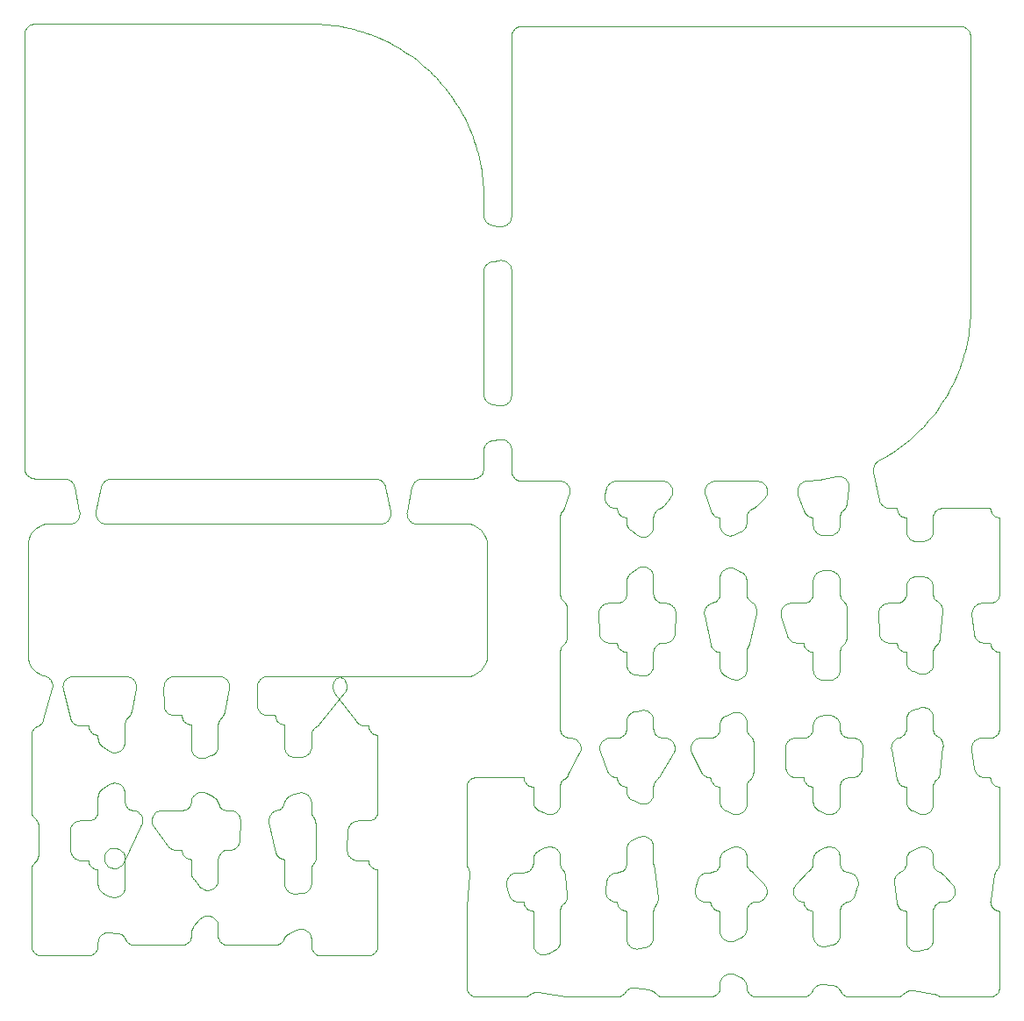
<source format=gko>
%MOIN*%
%OFA0B0*%
%FSLAX44Y44*%
%IPPOS*%
%LPD*%
%ADD10C,0*%
D10*
X00010760Y00013735D02*
X00010760Y00013735D01*
X00013383Y00013735D01*
X00013428Y00013732D01*
X00013471Y00013725D01*
X00013514Y00013713D01*
X00013555Y00013695D01*
X00013594Y00013674D01*
X00013630Y00013648D01*
X00013663Y00013618D01*
X00013693Y00013585D01*
X00013718Y00013549D01*
X00013739Y00013510D01*
X00013756Y00013468D01*
X00013768Y00013426D01*
X00013775Y00013382D01*
X00013777Y00013337D01*
X00013774Y00013293D01*
X00013766Y00013249D01*
X00013753Y00013207D01*
X00013736Y00013166D01*
X00013714Y00013127D01*
X00013688Y00013091D01*
X00012705Y00011895D01*
X00012701Y00011890D01*
X00012696Y00011885D01*
X00012692Y00011879D01*
X00012687Y00011874D01*
X00012682Y00011869D01*
X00012677Y00011864D01*
X00012672Y00011859D01*
X00012667Y00011855D01*
X00012662Y00011850D01*
X00012656Y00011845D01*
X00012651Y00011841D01*
X00012645Y00011837D01*
X00012640Y00011832D01*
X00012634Y00011828D01*
X00012629Y00011824D01*
X00012623Y00011820D01*
X00012617Y00011816D01*
X00012611Y00011812D01*
X00012605Y00011809D01*
X00012599Y00011805D01*
X00012581Y00011794D01*
X00012537Y00011758D01*
X00012500Y00011716D01*
X00012470Y00011668D01*
X00012448Y00011616D01*
X00012434Y00011561D01*
X00012430Y00011505D01*
X00012429Y00011060D01*
X00012428Y00011030D01*
X00012425Y00011000D01*
X00012419Y00010971D01*
X00012411Y00010942D01*
X00012401Y00010913D01*
X00012389Y00010886D01*
X00012374Y00010859D01*
X00012358Y00010834D01*
X00012340Y00010810D01*
X00012320Y00010788D01*
X00012298Y00010767D01*
X00012275Y00010748D01*
X00012251Y00010730D01*
X00012225Y00010715D01*
X00012198Y00010701D01*
X00012170Y00010690D01*
X00012141Y00010681D01*
X00012112Y00010674D01*
X00012082Y00010669D01*
X00012052Y00010667D01*
X00011819Y00010657D01*
X00011787Y00010657D01*
X00011756Y00010660D01*
X00011724Y00010665D01*
X00011693Y00010672D01*
X00011663Y00010682D01*
X00011634Y00010695D01*
X00011606Y00010709D01*
X00011579Y00010726D01*
X00011554Y00010745D01*
X00011530Y00010766D01*
X00011508Y00010789D01*
X00011488Y00010814D01*
X00011470Y00010840D01*
X00011454Y00010867D01*
X00011440Y00010896D01*
X00011429Y00010926D01*
X00011420Y00010956D01*
X00011414Y00010987D01*
X00011410Y00011019D01*
X00011409Y00011051D01*
X00011409Y00011897D01*
X00011354Y00011901D01*
X00011299Y00011914D01*
X00011248Y00011935D01*
X00011201Y00011964D01*
X00011158Y00012001D01*
X00011122Y00012043D01*
X00011093Y00012090D01*
X00011072Y00012142D01*
X00011059Y00012196D01*
X00011055Y00012251D01*
X00010762Y00012251D01*
X00010731Y00012252D01*
X00010701Y00012256D01*
X00010670Y00012262D01*
X00010641Y00012270D01*
X00010612Y00012281D01*
X00010584Y00012294D01*
X00010557Y00012309D01*
X00010531Y00012326D01*
X00010507Y00012345D01*
X00010484Y00012366D01*
X00010463Y00012389D01*
X00010444Y00012413D01*
X00010427Y00012438D01*
X00010412Y00012465D01*
X00010399Y00012493D01*
X00010388Y00012522D01*
X00010380Y00012552D01*
X00010373Y00012582D01*
X00010370Y00012613D01*
X00010368Y00012644D01*
X00010366Y00013340D01*
X00010367Y00013371D01*
X00010371Y00013402D01*
X00010377Y00013432D01*
X00010385Y00013462D01*
X00010396Y00013491D01*
X00010409Y00013519D01*
X00010424Y00013546D01*
X00010441Y00013572D01*
X00010460Y00013596D01*
X00010481Y00013619D01*
X00010504Y00013640D01*
X00010528Y00013659D01*
X00010554Y00013677D01*
X00010581Y00013692D01*
X00010609Y00013705D01*
X00010638Y00013716D01*
X00010668Y00013724D01*
X00010698Y00013730D01*
X00010729Y00013734D01*
X00010760Y00013735D01*
X00007217Y00013735D02*
X00007217Y00013735D01*
X00008924Y00013735D01*
X00008959Y00013733D01*
X00008993Y00013729D01*
X00009027Y00013721D01*
X00009060Y00013711D01*
X00009092Y00013697D01*
X00009123Y00013681D01*
X00009152Y00013662D01*
X00009179Y00013641D01*
X00009205Y00013617D01*
X00009228Y00013592D01*
X00009249Y00013564D01*
X00009267Y00013534D01*
X00009283Y00013504D01*
X00009296Y00013471D01*
X00009306Y00013438D01*
X00009313Y00013404D01*
X00009317Y00013370D01*
X00009318Y00013335D01*
X00009316Y00013300D01*
X00009311Y00013266D01*
X00009140Y00012389D01*
X00009137Y00012376D01*
X00009134Y00012362D01*
X00009130Y00012349D01*
X00009126Y00012336D01*
X00009121Y00012324D01*
X00009116Y00012311D01*
X00009111Y00012299D01*
X00009105Y00012286D01*
X00009098Y00012274D01*
X00009092Y00012262D01*
X00009084Y00012251D01*
X00009077Y00012240D01*
X00009069Y00012229D01*
X00009061Y00012218D01*
X00009052Y00012207D01*
X00009043Y00012197D01*
X00009034Y00012187D01*
X00009024Y00012178D01*
X00009014Y00012169D01*
X00009003Y00012160D01*
X00008994Y00012152D01*
X00008957Y00012110D01*
X00008926Y00012062D01*
X00008904Y00012010D01*
X00008891Y00011955D01*
X00008886Y00011898D01*
X00008886Y00011091D01*
X00008885Y00011066D01*
X00008883Y00011042D01*
X00008879Y00011018D01*
X00008874Y00010994D01*
X00008867Y00010970D01*
X00008859Y00010947D01*
X00008849Y00010924D01*
X00008838Y00010903D01*
X00008826Y00010881D01*
X00008812Y00010861D01*
X00008797Y00010842D01*
X00008781Y00010823D01*
X00008764Y00010806D01*
X00008746Y00010789D01*
X00008726Y00010774D01*
X00008706Y00010760D01*
X00008685Y00010748D01*
X00008663Y00010736D01*
X00008641Y00010726D01*
X00008618Y00010718D01*
X00008385Y00010639D01*
X00008349Y00010629D01*
X00008312Y00010622D01*
X00008275Y00010619D01*
X00008238Y00010619D01*
X00008201Y00010623D01*
X00008164Y00010630D01*
X00008128Y00010641D01*
X00008094Y00010655D01*
X00008061Y00010672D01*
X00008029Y00010693D01*
X00008000Y00010716D01*
X00007973Y00010742D01*
X00007949Y00010770D01*
X00007927Y00010800D01*
X00007909Y00010833D01*
X00007893Y00010867D01*
X00007881Y00010902D01*
X00007872Y00010938D01*
X00007867Y00010975D01*
X00007865Y00011012D01*
X00007866Y00011897D01*
X00007810Y00011901D01*
X00007756Y00011914D01*
X00007705Y00011935D01*
X00007657Y00011964D01*
X00007615Y00012001D01*
X00007579Y00012043D01*
X00007550Y00012090D01*
X00007529Y00012142D01*
X00007516Y00012196D01*
X00007511Y00012251D01*
X00007219Y00012251D01*
X00007188Y00012252D01*
X00007157Y00012256D01*
X00007127Y00012262D01*
X00007097Y00012270D01*
X00007068Y00012281D01*
X00007040Y00012294D01*
X00007013Y00012309D01*
X00006988Y00012326D01*
X00006964Y00012345D01*
X00006941Y00012366D01*
X00006920Y00012389D01*
X00006901Y00012413D01*
X00006884Y00012438D01*
X00006868Y00012465D01*
X00006855Y00012493D01*
X00006845Y00012522D01*
X00006836Y00012552D01*
X00006830Y00012582D01*
X00006826Y00012613D01*
X00006825Y00012644D01*
X00006823Y00013340D01*
X00006824Y00013371D01*
X00006828Y00013402D01*
X00006834Y00013432D01*
X00006842Y00013462D01*
X00006852Y00013491D01*
X00006865Y00013519D01*
X00006880Y00013546D01*
X00006898Y00013572D01*
X00006917Y00013596D01*
X00006938Y00013619D01*
X00006960Y00013640D01*
X00006985Y00013659D01*
X00007011Y00013677D01*
X00007038Y00013692D01*
X00007066Y00013705D01*
X00007095Y00013716D01*
X00007124Y00013724D01*
X00007155Y00013730D01*
X00007186Y00013734D01*
X00007217Y00013735D01*
X00029353Y00021157D02*
X00029353Y00021157D01*
X00029399Y00021155D01*
X00029445Y00021146D01*
X00029489Y00021133D01*
X00029532Y00021114D01*
X00029572Y00021090D01*
X00029609Y00021062D01*
X00029643Y00021030D01*
X00029672Y00020994D01*
X00029697Y00020955D01*
X00029717Y00020913D01*
X00029732Y00020869D01*
X00029742Y00020823D01*
X00029746Y00020777D01*
X00029745Y00020730D01*
X00029738Y00020684D01*
X00029726Y00020639D01*
X00029709Y00020596D01*
X00029686Y00020555D01*
X00029660Y00020517D01*
X00029628Y00020483D01*
X00029328Y00020188D01*
X00029322Y00020182D01*
X00029316Y00020177D01*
X00029310Y00020171D01*
X00029304Y00020166D01*
X00029297Y00020161D01*
X00029291Y00020156D01*
X00029285Y00020151D01*
X00029278Y00020147D01*
X00029271Y00020142D01*
X00029265Y00020138D01*
X00029258Y00020133D01*
X00029251Y00020129D01*
X00029244Y00020125D01*
X00029237Y00020121D01*
X00029230Y00020118D01*
X00029223Y00020114D01*
X00029215Y00020111D01*
X00029208Y00020107D01*
X00029201Y00020104D01*
X00029193Y00020101D01*
X00029165Y00020091D01*
X00029116Y00020062D01*
X00029073Y00020026D01*
X00029035Y00019984D01*
X00029005Y00019936D01*
X00028983Y00019884D01*
X00028970Y00019829D01*
X00028965Y00019772D01*
X00028965Y00019579D01*
X00028964Y00019557D01*
X00028962Y00019535D01*
X00028959Y00019513D01*
X00028955Y00019491D01*
X00028949Y00019469D01*
X00028942Y00019448D01*
X00028934Y00019427D01*
X00028925Y00019407D01*
X00028915Y00019387D01*
X00028903Y00019368D01*
X00028891Y00019349D01*
X00028877Y00019332D01*
X00028863Y00019315D01*
X00028847Y00019299D01*
X00028831Y00019283D01*
X00028814Y00019269D01*
X00028796Y00019256D01*
X00028777Y00019244D01*
X00028758Y00019233D01*
X00028738Y00019223D01*
X00028504Y00019114D01*
X00028468Y00019099D01*
X00028430Y00019088D01*
X00028391Y00019080D01*
X00028352Y00019077D01*
X00028312Y00019078D01*
X00028273Y00019082D01*
X00028234Y00019091D01*
X00028197Y00019103D01*
X00028161Y00019119D01*
X00028126Y00019138D01*
X00028094Y00019161D01*
X00028064Y00019187D01*
X00028037Y00019216D01*
X00028014Y00019248D01*
X00027993Y00019281D01*
X00027976Y00019317D01*
X00027962Y00019354D01*
X00027952Y00019392D01*
X00027946Y00019431D01*
X00027944Y00019471D01*
X00027944Y00019771D01*
X00027889Y00019775D01*
X00027835Y00019788D01*
X00027784Y00019809D01*
X00027736Y00019838D01*
X00027722Y00019851D01*
X00027714Y00019858D01*
X00027706Y00019865D01*
X00027698Y00019872D01*
X00027691Y00019880D01*
X00027684Y00019888D01*
X00027677Y00019896D01*
X00027670Y00019904D01*
X00027664Y00019912D01*
X00027657Y00019921D01*
X00027651Y00019930D01*
X00027645Y00019939D01*
X00027640Y00019948D01*
X00027634Y00019957D01*
X00027629Y00019966D01*
X00027625Y00019976D01*
X00027620Y00019985D01*
X00027616Y00019995D01*
X00027612Y00020005D01*
X00027608Y00020015D01*
X00027604Y00020025D01*
X00027398Y00020638D01*
X00027388Y00020674D01*
X00027381Y00020711D01*
X00027378Y00020748D01*
X00027378Y00020785D01*
X00027382Y00020822D01*
X00027389Y00020859D01*
X00027400Y00020895D01*
X00027414Y00020929D01*
X00027431Y00020962D01*
X00027452Y00020993D01*
X00027475Y00021023D01*
X00027501Y00021050D01*
X00027529Y00021074D01*
X00027559Y00021095D01*
X00027592Y00021114D01*
X00027626Y00021129D01*
X00027661Y00021142D01*
X00027697Y00021150D01*
X00027734Y00021156D01*
X00027771Y00021157D01*
X00029353Y00021157D01*
X00023975Y00020125D02*
X00023975Y00020125D01*
X00023942Y00020127D01*
X00023908Y00020131D01*
X00023876Y00020138D01*
X00023843Y00020148D01*
X00023812Y00020161D01*
X00023782Y00020176D01*
X00023754Y00020194D01*
X00023727Y00020214D01*
X00023702Y00020236D01*
X00023678Y00020260D01*
X00023657Y00020287D01*
X00023639Y00020315D01*
X00023623Y00020344D01*
X00023609Y00020375D01*
X00023598Y00020407D01*
X00023590Y00020439D01*
X00023584Y00020473D01*
X00023582Y00020506D01*
X00023582Y00020540D01*
X00023586Y00020573D01*
X00023620Y00020818D01*
X00023625Y00020846D01*
X00023632Y00020873D01*
X00023640Y00020900D01*
X00023651Y00020926D01*
X00023664Y00020951D01*
X00023678Y00020976D01*
X00023694Y00020999D01*
X00023712Y00021021D01*
X00023731Y00021042D01*
X00023751Y00021061D01*
X00023773Y00021078D01*
X00023796Y00021095D01*
X00023821Y00021109D01*
X00023846Y00021122D01*
X00023872Y00021132D01*
X00023899Y00021141D01*
X00023926Y00021148D01*
X00023954Y00021153D01*
X00023982Y00021156D01*
X00024010Y00021157D01*
X00025756Y00021157D01*
X00025800Y00021155D01*
X00025844Y00021147D01*
X00025886Y00021135D01*
X00025927Y00021118D01*
X00025966Y00021097D01*
X00026002Y00021071D01*
X00026035Y00021042D01*
X00026064Y00021009D01*
X00026090Y00020973D01*
X00026111Y00020934D01*
X00026128Y00020893D01*
X00026140Y00020851D01*
X00026147Y00020807D01*
X00026150Y00020763D01*
X00026147Y00020719D01*
X00026140Y00020675D01*
X00026127Y00020633D01*
X00026110Y00020592D01*
X00026089Y00020553D01*
X00026063Y00020517D01*
X00025831Y00020228D01*
X00025824Y00020220D01*
X00025818Y00020212D01*
X00025811Y00020205D01*
X00025803Y00020197D01*
X00025796Y00020190D01*
X00025788Y00020183D01*
X00025781Y00020176D01*
X00025773Y00020169D01*
X00025764Y00020163D01*
X00025756Y00020157D01*
X00025748Y00020151D01*
X00025739Y00020145D01*
X00025730Y00020139D01*
X00025721Y00020134D01*
X00025712Y00020129D01*
X00025703Y00020124D01*
X00025694Y00020119D01*
X00025684Y00020115D01*
X00025675Y00020111D01*
X00025665Y00020107D01*
X00025622Y00020091D01*
X00025573Y00020062D01*
X00025529Y00020026D01*
X00025492Y00019984D01*
X00025462Y00019936D01*
X00025440Y00019884D01*
X00025426Y00019829D01*
X00025422Y00019772D01*
X00025422Y00019428D01*
X00025419Y00019384D01*
X00025412Y00019342D01*
X00025400Y00019300D01*
X00025384Y00019260D01*
X00025363Y00019222D01*
X00025338Y00019186D01*
X00025310Y00019153D01*
X00025278Y00019124D01*
X00025243Y00019098D01*
X00025205Y00019076D01*
X00025166Y00019059D01*
X00025124Y00019046D01*
X00025081Y00019038D01*
X00025038Y00019034D01*
X00024995Y00019036D01*
X00024952Y00019042D01*
X00024910Y00019052D01*
X00024869Y00019068D01*
X00024830Y00019087D01*
X00024794Y00019111D01*
X00024561Y00019283D01*
X00024546Y00019295D01*
X00024532Y00019306D01*
X00024519Y00019319D01*
X00024506Y00019332D01*
X00024494Y00019346D01*
X00024482Y00019360D01*
X00024472Y00019375D01*
X00024461Y00019391D01*
X00024452Y00019406D01*
X00024443Y00019423D01*
X00024435Y00019439D01*
X00024428Y00019456D01*
X00024422Y00019474D01*
X00024416Y00019491D01*
X00024412Y00019509D01*
X00024408Y00019527D01*
X00024405Y00019545D01*
X00024403Y00019563D01*
X00024401Y00019582D01*
X00024401Y00019600D01*
X00024401Y00019771D01*
X00024346Y00019775D01*
X00024292Y00019788D01*
X00024240Y00019809D01*
X00024193Y00019838D01*
X00024151Y00019875D01*
X00024114Y00019917D01*
X00024085Y00019964D01*
X00024064Y00020016D01*
X00024051Y00020070D01*
X00024047Y00020125D01*
X00023975Y00020125D01*
X00032377Y00021327D02*
X00032377Y00021327D01*
X00032414Y00021333D01*
X00032452Y00021336D01*
X00032490Y00021335D01*
X00032528Y00021330D01*
X00032565Y00021322D01*
X00032601Y00021310D01*
X00032635Y00021295D01*
X00032668Y00021277D01*
X00032700Y00021255D01*
X00032729Y00021231D01*
X00032755Y00021204D01*
X00032779Y00021174D01*
X00032800Y00021143D01*
X00032818Y00021109D01*
X00032832Y00021074D01*
X00032843Y00021038D01*
X00032850Y00021001D01*
X00032854Y00020963D01*
X00032854Y00020925D01*
X00032851Y00020887D01*
X00032765Y00020283D01*
X00032763Y00020269D01*
X00032760Y00020254D01*
X00032757Y00020240D01*
X00032753Y00020226D01*
X00032748Y00020212D01*
X00032744Y00020198D01*
X00032738Y00020185D01*
X00032732Y00020171D01*
X00032726Y00020158D01*
X00032719Y00020145D01*
X00032711Y00020133D01*
X00032704Y00020120D01*
X00032695Y00020108D01*
X00032686Y00020097D01*
X00032677Y00020085D01*
X00032668Y00020074D01*
X00032658Y00020064D01*
X00032647Y00020053D01*
X00032637Y00020043D01*
X00032625Y00020034D01*
X00032616Y00020026D01*
X00032579Y00019984D01*
X00032548Y00019936D01*
X00032526Y00019884D01*
X00032513Y00019829D01*
X00032508Y00019772D01*
X00032508Y00019485D01*
X00032507Y00019454D01*
X00032503Y00019423D01*
X00032497Y00019393D01*
X00032489Y00019363D01*
X00032478Y00019333D01*
X00032465Y00019305D01*
X00032449Y00019278D01*
X00032432Y00019252D01*
X00032412Y00019228D01*
X00032391Y00019205D01*
X00032368Y00019184D01*
X00032343Y00019165D01*
X00032317Y00019148D01*
X00032290Y00019133D01*
X00032261Y00019120D01*
X00032232Y00019110D01*
X00032202Y00019101D01*
X00032171Y00019096D01*
X00032140Y00019093D01*
X00032109Y00019092D01*
X00031875Y00019095D01*
X00031845Y00019097D01*
X00031814Y00019101D01*
X00031785Y00019107D01*
X00031755Y00019116D01*
X00031727Y00019127D01*
X00031699Y00019140D01*
X00031672Y00019155D01*
X00031647Y00019173D01*
X00031623Y00019192D01*
X00031601Y00019213D01*
X00031580Y00019235D01*
X00031561Y00019259D01*
X00031545Y00019285D01*
X00031530Y00019312D01*
X00031517Y00019340D01*
X00031506Y00019368D01*
X00031498Y00019398D01*
X00031492Y00019428D01*
X00031489Y00019458D01*
X00031488Y00019489D01*
X00031488Y00019771D01*
X00031432Y00019775D01*
X00031378Y00019788D01*
X00031327Y00019809D01*
X00031302Y00019824D01*
X00031291Y00019832D01*
X00031280Y00019839D01*
X00031269Y00019847D01*
X00031258Y00019856D01*
X00031248Y00019864D01*
X00031238Y00019873D01*
X00031228Y00019883D01*
X00031219Y00019893D01*
X00031210Y00019903D01*
X00031201Y00019913D01*
X00031193Y00019924D01*
X00031185Y00019935D01*
X00031178Y00019946D01*
X00031171Y00019957D01*
X00031164Y00019969D01*
X00031157Y00019981D01*
X00031152Y00019993D01*
X00031146Y00020005D01*
X00031141Y00020018D01*
X00031136Y00020030D01*
X00030922Y00020646D01*
X00030911Y00020681D01*
X00030904Y00020716D01*
X00030900Y00020752D01*
X00030900Y00020789D01*
X00030903Y00020825D01*
X00030909Y00020860D01*
X00030918Y00020895D01*
X00030931Y00020929D01*
X00030947Y00020962D01*
X00030965Y00020993D01*
X00030987Y00021023D01*
X00031011Y00021050D01*
X00031037Y00021075D01*
X00031066Y00021097D01*
X00031096Y00021116D01*
X00031128Y00021133D01*
X00031162Y00021147D01*
X00031197Y00021157D01*
X00031232Y00021165D01*
X00031268Y00021168D01*
X00031268Y00021168D01*
X00031392Y00021176D01*
X00031558Y00021191D01*
X00031724Y00021210D01*
X00031889Y00021233D01*
X00032053Y00021261D01*
X00032217Y00021292D01*
X00032377Y00021327D01*
X00034384Y00015007D02*
X00034384Y00015007D01*
X00034354Y00015008D01*
X00034324Y00015012D01*
X00034294Y00015017D01*
X00034265Y00015026D01*
X00034236Y00015036D01*
X00034209Y00015048D01*
X00034182Y00015063D01*
X00034157Y00015079D01*
X00034133Y00015098D01*
X00034110Y00015118D01*
X00034089Y00015140D01*
X00034070Y00015163D01*
X00034053Y00015188D01*
X00034037Y00015214D01*
X00034024Y00015242D01*
X00034013Y00015270D01*
X00034004Y00015299D01*
X00033997Y00015328D01*
X00033993Y00015358D01*
X00033991Y00015389D01*
X00033968Y00016109D01*
X00033969Y00016141D01*
X00033972Y00016172D01*
X00033977Y00016203D01*
X00033985Y00016234D01*
X00033995Y00016263D01*
X00034007Y00016292D01*
X00034022Y00016320D01*
X00034039Y00016347D01*
X00034058Y00016372D01*
X00034079Y00016395D01*
X00034102Y00016417D01*
X00034127Y00016437D01*
X00034153Y00016455D01*
X00034180Y00016470D01*
X00034209Y00016484D01*
X00034238Y00016495D01*
X00034268Y00016504D01*
X00034299Y00016510D01*
X00034330Y00016514D01*
X00034362Y00016515D01*
X00034665Y00016515D01*
X00034665Y00016515D01*
X00034722Y00016517D01*
X00034777Y00016529D01*
X00034830Y00016549D01*
X00034879Y00016578D01*
X00034923Y00016614D01*
X00034960Y00016656D01*
X00034990Y00016704D01*
X00035012Y00016756D01*
X00035026Y00016811D01*
X00035030Y00016868D01*
X00035030Y00017139D01*
X00035032Y00017171D01*
X00035036Y00017203D01*
X00035042Y00017234D01*
X00035051Y00017265D01*
X00035063Y00017295D01*
X00035077Y00017324D01*
X00035093Y00017352D01*
X00035111Y00017378D01*
X00035132Y00017403D01*
X00035155Y00017426D01*
X00035179Y00017447D01*
X00035205Y00017466D01*
X00035232Y00017483D01*
X00035261Y00017497D01*
X00035291Y00017509D01*
X00035321Y00017519D01*
X00035353Y00017526D01*
X00035384Y00017531D01*
X00035417Y00017533D01*
X00035449Y00017532D01*
X00035682Y00017517D01*
X00035711Y00017514D01*
X00035741Y00017509D01*
X00035769Y00017502D01*
X00035798Y00017492D01*
X00035825Y00017480D01*
X00035851Y00017467D01*
X00035877Y00017451D01*
X00035901Y00017434D01*
X00035923Y00017415D01*
X00035944Y00017394D01*
X00035964Y00017371D01*
X00035981Y00017347D01*
X00035997Y00017322D01*
X00036011Y00017296D01*
X00036023Y00017269D01*
X00036033Y00017241D01*
X00036041Y00017212D01*
X00036046Y00017183D01*
X00036050Y00017154D01*
X00036051Y00017124D01*
X00036051Y00016869D01*
X00036055Y00016814D01*
X00036068Y00016760D01*
X00036089Y00016708D01*
X00036119Y00016661D01*
X00036155Y00016619D01*
X00036197Y00016583D01*
X00036224Y00016566D01*
X00036242Y00016554D01*
X00036260Y00016541D01*
X00036277Y00016527D01*
X00036293Y00016512D01*
X00036308Y00016497D01*
X00036322Y00016480D01*
X00036336Y00016463D01*
X00036348Y00016445D01*
X00036360Y00016426D01*
X00036370Y00016407D01*
X00036379Y00016387D01*
X00036387Y00016366D01*
X00036394Y00016345D01*
X00036400Y00016324D01*
X00036405Y00016303D01*
X00036408Y00016281D01*
X00036411Y00016259D01*
X00036412Y00016237D01*
X00036411Y00016215D01*
X00036410Y00016194D01*
X00036315Y00015186D01*
X00036313Y00015171D01*
X00036311Y00015156D01*
X00036308Y00015140D01*
X00036304Y00015125D01*
X00036300Y00015110D01*
X00036295Y00015096D01*
X00036290Y00015081D01*
X00036284Y00015067D01*
X00036278Y00015052D01*
X00036271Y00015039D01*
X00036263Y00015025D01*
X00036255Y00015012D01*
X00036246Y00014999D01*
X00036237Y00014986D01*
X00036228Y00014974D01*
X00036218Y00014962D01*
X00036207Y00014951D01*
X00036196Y00014940D01*
X00036185Y00014929D01*
X00036173Y00014919D01*
X00036159Y00014908D01*
X00036122Y00014866D01*
X00036092Y00014818D01*
X00036070Y00014766D01*
X00036056Y00014711D01*
X00036052Y00014654D01*
X00036052Y00014217D01*
X00036050Y00014181D01*
X00036045Y00014144D01*
X00036036Y00014108D01*
X00036024Y00014073D01*
X00036009Y00014040D01*
X00035991Y00014008D01*
X00035970Y00013978D01*
X00035946Y00013950D01*
X00035920Y00013924D01*
X00035891Y00013901D01*
X00035861Y00013880D01*
X00035828Y00013863D01*
X00035795Y00013848D01*
X00035760Y00013837D01*
X00035724Y00013829D01*
X00035687Y00013825D01*
X00035650Y00013824D01*
X00035614Y00013826D01*
X00035577Y00013832D01*
X00035542Y00013841D01*
X00035308Y00013913D01*
X00035285Y00013922D01*
X00035262Y00013931D01*
X00035239Y00013942D01*
X00035217Y00013955D01*
X00035197Y00013969D01*
X00035177Y00013984D01*
X00035158Y00014000D01*
X00035140Y00014018D01*
X00035123Y00014036D01*
X00035108Y00014056D01*
X00035094Y00014077D01*
X00035081Y00014098D01*
X00035069Y00014120D01*
X00035059Y00014143D01*
X00035051Y00014167D01*
X00035044Y00014191D01*
X00035038Y00014215D01*
X00035034Y00014240D01*
X00035032Y00014265D01*
X00035031Y00014290D01*
X00035031Y00014653D01*
X00034976Y00014657D01*
X00034921Y00014670D01*
X00034870Y00014691D01*
X00034823Y00014720D01*
X00034780Y00014756D01*
X00034744Y00014799D01*
X00034715Y00014846D01*
X00034694Y00014897D01*
X00034681Y00014952D01*
X00034677Y00015007D01*
X00034384Y00015007D01*
X00030880Y00015007D02*
X00030880Y00015007D01*
X00030856Y00015008D01*
X00030831Y00015010D01*
X00030806Y00015014D01*
X00030782Y00015020D01*
X00030758Y00015027D01*
X00030735Y00015035D01*
X00030712Y00015045D01*
X00030690Y00015056D01*
X00030668Y00015069D01*
X00030648Y00015083D01*
X00030628Y00015099D01*
X00030609Y00015115D01*
X00030592Y00015133D01*
X00030576Y00015152D01*
X00030560Y00015171D01*
X00030547Y00015192D01*
X00030534Y00015214D01*
X00030523Y00015236D01*
X00030513Y00015259D01*
X00030505Y00015282D01*
X00030278Y00016003D01*
X00030268Y00016038D01*
X00030262Y00016075D01*
X00030260Y00016112D01*
X00030260Y00016149D01*
X00030265Y00016185D01*
X00030272Y00016221D01*
X00030283Y00016257D01*
X00030298Y00016291D01*
X00030315Y00016323D01*
X00030336Y00016354D01*
X00030359Y00016383D01*
X00030385Y00016409D01*
X00030413Y00016433D01*
X00030443Y00016454D01*
X00030475Y00016472D01*
X00030509Y00016487D01*
X00030544Y00016499D01*
X00030580Y00016508D01*
X00030616Y00016513D01*
X00030653Y00016515D01*
X00031122Y00016515D01*
X00031122Y00016515D01*
X00031178Y00016517D01*
X00031234Y00016529D01*
X00031287Y00016549D01*
X00031335Y00016578D01*
X00031379Y00016614D01*
X00031417Y00016656D01*
X00031447Y00016704D01*
X00031469Y00016756D01*
X00031482Y00016811D01*
X00031487Y00016868D01*
X00031487Y00017355D01*
X00031488Y00017386D01*
X00031492Y00017416D01*
X00031498Y00017446D01*
X00031506Y00017476D01*
X00031516Y00017505D01*
X00031529Y00017532D01*
X00031544Y00017559D01*
X00031561Y00017585D01*
X00031580Y00017609D01*
X00031600Y00017632D01*
X00031623Y00017653D01*
X00031647Y00017672D01*
X00031672Y00017689D01*
X00031698Y00017704D01*
X00031726Y00017717D01*
X00031755Y00017728D01*
X00031784Y00017737D01*
X00031814Y00017743D01*
X00031844Y00017747D01*
X00031875Y00017749D01*
X00032108Y00017752D01*
X00032139Y00017751D01*
X00032171Y00017748D01*
X00032201Y00017742D01*
X00032231Y00017734D01*
X00032261Y00017724D01*
X00032289Y00017711D01*
X00032317Y00017696D01*
X00032343Y00017679D01*
X00032367Y00017660D01*
X00032390Y00017639D01*
X00032412Y00017616D01*
X00032431Y00017592D01*
X00032449Y00017566D01*
X00032464Y00017539D01*
X00032477Y00017510D01*
X00032488Y00017481D01*
X00032497Y00017451D01*
X00032503Y00017421D01*
X00032506Y00017390D01*
X00032508Y00017358D01*
X00032508Y00016869D01*
X00032512Y00016814D01*
X00032525Y00016760D01*
X00032546Y00016708D01*
X00032575Y00016661D01*
X00032611Y00016619D01*
X00032640Y00016594D01*
X00032653Y00016582D01*
X00032665Y00016571D01*
X00032677Y00016558D01*
X00032688Y00016545D01*
X00032699Y00016532D01*
X00032709Y00016518D01*
X00032718Y00016503D01*
X00032727Y00016488D01*
X00032735Y00016473D01*
X00032743Y00016458D01*
X00032750Y00016442D01*
X00032756Y00016426D01*
X00032761Y00016410D01*
X00032766Y00016393D01*
X00032770Y00016376D01*
X00032773Y00016360D01*
X00032775Y00016343D01*
X00032777Y00016326D01*
X00032778Y00016308D01*
X00032778Y00016291D01*
X00032769Y00015217D01*
X00032769Y00015199D01*
X00032767Y00015182D01*
X00032765Y00015165D01*
X00032763Y00015148D01*
X00032759Y00015131D01*
X00032755Y00015115D01*
X00032750Y00015098D01*
X00032744Y00015082D01*
X00032738Y00015066D01*
X00032731Y00015050D01*
X00032723Y00015035D01*
X00032715Y00015020D01*
X00032705Y00015005D01*
X00032696Y00014991D01*
X00032685Y00014977D01*
X00032675Y00014964D01*
X00032663Y00014951D01*
X00032651Y00014939D01*
X00032639Y00014927D01*
X00032625Y00014916D01*
X00032616Y00014908D01*
X00032579Y00014866D01*
X00032548Y00014818D01*
X00032526Y00014766D01*
X00032513Y00014711D01*
X00032508Y00014654D01*
X00032508Y00013984D01*
X00032507Y00013953D01*
X00032503Y00013922D01*
X00032497Y00013892D01*
X00032489Y00013862D01*
X00032478Y00013832D01*
X00032464Y00013804D01*
X00032449Y00013777D01*
X00032432Y00013751D01*
X00032412Y00013727D01*
X00032391Y00013704D01*
X00032368Y00013683D01*
X00032343Y00013664D01*
X00032317Y00013647D01*
X00032290Y00013632D01*
X00032261Y00013619D01*
X00032232Y00013609D01*
X00032202Y00013601D01*
X00032171Y00013595D01*
X00032140Y00013592D01*
X00032109Y00013591D01*
X00031875Y00013594D01*
X00031845Y00013596D01*
X00031815Y00013600D01*
X00031785Y00013606D01*
X00031755Y00013615D01*
X00031727Y00013626D01*
X00031699Y00013639D01*
X00031672Y00013654D01*
X00031647Y00013671D01*
X00031623Y00013691D01*
X00031601Y00013712D01*
X00031580Y00013734D01*
X00031561Y00013758D01*
X00031544Y00013784D01*
X00031530Y00013811D01*
X00031517Y00013839D01*
X00031506Y00013867D01*
X00031498Y00013897D01*
X00031492Y00013927D01*
X00031489Y00013957D01*
X00031488Y00013988D01*
X00031488Y00014653D01*
X00031432Y00014657D01*
X00031378Y00014670D01*
X00031327Y00014691D01*
X00031279Y00014720D01*
X00031237Y00014756D01*
X00031201Y00014799D01*
X00031172Y00014846D01*
X00031151Y00014897D01*
X00031138Y00014952D01*
X00031133Y00015007D01*
X00030880Y00015007D01*
X00027604Y00014910D02*
X00027604Y00014910D01*
X00027604Y00014911D01*
X00027604Y00014911D01*
X00027604Y00014912D01*
X00027604Y00014912D01*
X00027604Y00014913D01*
X00027604Y00014913D01*
X00027604Y00014913D01*
X00027603Y00014914D01*
X00027603Y00014914D01*
X00027603Y00014915D01*
X00027603Y00014915D01*
X00027603Y00014916D01*
X00027603Y00014916D01*
X00027603Y00014917D01*
X00027603Y00014917D01*
X00027603Y00014918D01*
X00027603Y00014918D01*
X00027602Y00014918D01*
X00027602Y00014919D01*
X00027602Y00014919D01*
X00027358Y00016055D01*
X00027352Y00016085D01*
X00027349Y00016116D01*
X00027349Y00016147D01*
X00027351Y00016178D01*
X00027355Y00016209D01*
X00027362Y00016239D01*
X00027371Y00016269D01*
X00027383Y00016298D01*
X00027397Y00016326D01*
X00027412Y00016352D01*
X00027430Y00016378D01*
X00027450Y00016401D01*
X00027472Y00016424D01*
X00027495Y00016444D01*
X00027520Y00016463D01*
X00027546Y00016479D01*
X00027574Y00016493D01*
X00027602Y00016506D01*
X00027632Y00016516D01*
X00027662Y00016523D01*
X00027690Y00016529D01*
X00027743Y00016549D01*
X00027792Y00016578D01*
X00027836Y00016614D01*
X00027873Y00016656D01*
X00027903Y00016704D01*
X00027926Y00016756D01*
X00027939Y00016811D01*
X00027944Y00016868D01*
X00027944Y00017464D01*
X00027946Y00017503D01*
X00027952Y00017542D01*
X00027962Y00017581D01*
X00027975Y00017618D01*
X00027992Y00017653D01*
X00028013Y00017687D01*
X00028037Y00017718D01*
X00028064Y00017747D01*
X00028094Y00017773D01*
X00028126Y00017796D01*
X00028160Y00017816D01*
X00028197Y00017832D01*
X00028234Y00017844D01*
X00028273Y00017852D01*
X00028312Y00017857D01*
X00028351Y00017857D01*
X00028391Y00017854D01*
X00028430Y00017847D01*
X00028468Y00017835D01*
X00028504Y00017821D01*
X00028737Y00017712D01*
X00028757Y00017702D01*
X00028777Y00017690D01*
X00028795Y00017678D01*
X00028813Y00017665D01*
X00028830Y00017651D01*
X00028847Y00017636D01*
X00028862Y00017619D01*
X00028877Y00017602D01*
X00028890Y00017585D01*
X00028903Y00017566D01*
X00028914Y00017547D01*
X00028925Y00017527D01*
X00028934Y00017507D01*
X00028942Y00017486D01*
X00028949Y00017465D01*
X00028954Y00017443D01*
X00028959Y00017421D01*
X00028962Y00017399D01*
X00028964Y00017377D01*
X00028964Y00017355D01*
X00028964Y00016869D01*
X00028969Y00016814D01*
X00028982Y00016760D01*
X00029003Y00016708D01*
X00029032Y00016661D01*
X00029068Y00016619D01*
X00029110Y00016583D01*
X00029149Y00016559D01*
X00029170Y00016545D01*
X00029189Y00016530D01*
X00029208Y00016515D01*
X00029226Y00016498D01*
X00029242Y00016480D01*
X00029258Y00016461D01*
X00029272Y00016441D01*
X00029285Y00016420D01*
X00029296Y00016398D01*
X00029306Y00016376D01*
X00029315Y00016353D01*
X00029323Y00016330D01*
X00029329Y00016306D01*
X00029333Y00016282D01*
X00029336Y00016258D01*
X00029337Y00016233D01*
X00029337Y00016209D01*
X00029336Y00016185D01*
X00029332Y00016160D01*
X00029328Y00016136D01*
X00029060Y00014947D01*
X00029058Y00014940D01*
X00029056Y00014934D01*
X00029055Y00014927D01*
X00029053Y00014921D01*
X00029051Y00014914D01*
X00029049Y00014908D01*
X00029047Y00014902D01*
X00029044Y00014895D01*
X00029042Y00014889D01*
X00029039Y00014883D01*
X00029037Y00014877D01*
X00029034Y00014871D01*
X00029031Y00014864D01*
X00029028Y00014858D01*
X00029025Y00014852D01*
X00029022Y00014847D01*
X00029019Y00014841D01*
X00029016Y00014835D01*
X00029012Y00014829D01*
X00029009Y00014823D01*
X00029005Y00014818D01*
X00028983Y00014766D01*
X00028970Y00014711D01*
X00028965Y00014654D01*
X00028965Y00013998D01*
X00028963Y00013958D01*
X00028957Y00013920D01*
X00028947Y00013882D01*
X00028934Y00013845D01*
X00028917Y00013810D01*
X00028897Y00013776D01*
X00028873Y00013745D01*
X00028846Y00013716D01*
X00028817Y00013690D01*
X00028785Y00013667D01*
X00028751Y00013648D01*
X00028716Y00013631D01*
X00028678Y00013619D01*
X00028640Y00013610D01*
X00028601Y00013605D01*
X00028562Y00013604D01*
X00028523Y00013607D01*
X00028484Y00013614D01*
X00028447Y00013624D01*
X00028410Y00013638D01*
X00028177Y00013743D01*
X00028157Y00013753D01*
X00028137Y00013764D01*
X00028118Y00013776D01*
X00028099Y00013789D01*
X00028082Y00013803D01*
X00028065Y00013819D01*
X00028049Y00013835D01*
X00028034Y00013852D01*
X00028020Y00013870D01*
X00028007Y00013888D01*
X00027996Y00013908D01*
X00027985Y00013928D01*
X00027976Y00013948D01*
X00027967Y00013969D01*
X00027960Y00013991D01*
X00027955Y00014013D01*
X00027950Y00014035D01*
X00027947Y00014057D01*
X00027945Y00014080D01*
X00027944Y00014102D01*
X00027944Y00014653D01*
X00027889Y00014657D01*
X00027835Y00014670D01*
X00027784Y00014691D01*
X00027736Y00014720D01*
X00027694Y00014756D01*
X00027658Y00014799D01*
X00027629Y00014846D01*
X00027607Y00014897D01*
X00027604Y00014910D01*
X00023754Y00015007D02*
X00023754Y00015007D01*
X00023724Y00015008D01*
X00023694Y00015012D01*
X00023664Y00015017D01*
X00023635Y00015026D01*
X00023606Y00015036D01*
X00023579Y00015048D01*
X00023552Y00015063D01*
X00023527Y00015079D01*
X00023503Y00015098D01*
X00023480Y00015118D01*
X00023459Y00015140D01*
X00023440Y00015163D01*
X00023423Y00015188D01*
X00023407Y00015214D01*
X00023394Y00015242D01*
X00023383Y00015270D01*
X00023374Y00015299D01*
X00023367Y00015328D01*
X00023363Y00015358D01*
X00023361Y00015389D01*
X00023339Y00016109D01*
X00023339Y00016141D01*
X00023342Y00016172D01*
X00023347Y00016203D01*
X00023355Y00016234D01*
X00023365Y00016263D01*
X00023377Y00016292D01*
X00023392Y00016320D01*
X00023409Y00016347D01*
X00023428Y00016372D01*
X00023449Y00016395D01*
X00023472Y00016417D01*
X00023497Y00016437D01*
X00023523Y00016455D01*
X00023550Y00016470D01*
X00023579Y00016484D01*
X00023608Y00016495D01*
X00023638Y00016504D01*
X00023669Y00016510D01*
X00023701Y00016514D01*
X00023732Y00016515D01*
X00024035Y00016515D01*
X00024035Y00016515D01*
X00024092Y00016517D01*
X00024147Y00016529D01*
X00024200Y00016549D01*
X00024249Y00016578D01*
X00024293Y00016614D01*
X00024330Y00016656D01*
X00024360Y00016704D01*
X00024382Y00016756D01*
X00024396Y00016811D01*
X00024400Y00016868D01*
X00024400Y00017334D01*
X00024401Y00017353D01*
X00024402Y00017371D01*
X00024404Y00017389D01*
X00024407Y00017407D01*
X00024411Y00017425D01*
X00024416Y00017443D01*
X00024421Y00017461D01*
X00024428Y00017478D01*
X00024435Y00017495D01*
X00024443Y00017512D01*
X00024451Y00017528D01*
X00024461Y00017544D01*
X00024471Y00017559D01*
X00024482Y00017574D01*
X00024493Y00017588D01*
X00024506Y00017602D01*
X00024518Y00017615D01*
X00024532Y00017628D01*
X00024546Y00017640D01*
X00024561Y00017651D01*
X00024794Y00017823D01*
X00024830Y00017847D01*
X00024869Y00017866D01*
X00024909Y00017882D01*
X00024952Y00017892D01*
X00024995Y00017898D01*
X00025038Y00017900D01*
X00025081Y00017896D01*
X00025124Y00017888D01*
X00025165Y00017875D01*
X00025205Y00017858D01*
X00025243Y00017836D01*
X00025278Y00017810D01*
X00025310Y00017781D01*
X00025338Y00017748D01*
X00025363Y00017712D01*
X00025383Y00017674D01*
X00025400Y00017634D01*
X00025412Y00017592D01*
X00025419Y00017549D01*
X00025421Y00017506D01*
X00025421Y00016869D01*
X00025425Y00016814D01*
X00025438Y00016760D01*
X00025460Y00016708D01*
X00025489Y00016661D01*
X00025525Y00016619D01*
X00025567Y00016583D01*
X00025614Y00016553D01*
X00025666Y00016532D01*
X00025720Y00016519D01*
X00025775Y00016515D01*
X00025873Y00016515D01*
X00025905Y00016514D01*
X00025936Y00016510D01*
X00025967Y00016504D01*
X00025997Y00016495D01*
X00026027Y00016484D01*
X00026055Y00016470D01*
X00026083Y00016455D01*
X00026109Y00016437D01*
X00026133Y00016417D01*
X00026156Y00016395D01*
X00026177Y00016372D01*
X00026196Y00016347D01*
X00026213Y00016320D01*
X00026228Y00016292D01*
X00026240Y00016263D01*
X00026251Y00016234D01*
X00026258Y00016203D01*
X00026264Y00016172D01*
X00026266Y00016141D01*
X00026267Y00016109D01*
X00026245Y00015389D01*
X00026242Y00015358D01*
X00026238Y00015328D01*
X00026231Y00015299D01*
X00026222Y00015270D01*
X00026211Y00015242D01*
X00026198Y00015214D01*
X00026183Y00015188D01*
X00026165Y00015163D01*
X00026146Y00015140D01*
X00026125Y00015118D01*
X00026103Y00015098D01*
X00026079Y00015079D01*
X00026053Y00015063D01*
X00026027Y00015048D01*
X00025999Y00015036D01*
X00025970Y00015026D01*
X00025941Y00015017D01*
X00025911Y00015012D01*
X00025881Y00015008D01*
X00025851Y00015007D01*
X00025787Y00015007D01*
X00025730Y00015004D01*
X00025675Y00014993D01*
X00025622Y00014972D01*
X00025573Y00014944D01*
X00025529Y00014908D01*
X00025492Y00014866D01*
X00025462Y00014818D01*
X00025440Y00014766D01*
X00025426Y00014711D01*
X00025422Y00014654D01*
X00025422Y00014146D01*
X00025420Y00014112D01*
X00025416Y00014078D01*
X00025408Y00014044D01*
X00025398Y00014012D01*
X00025385Y00013980D01*
X00025369Y00013950D01*
X00025351Y00013921D01*
X00025330Y00013894D01*
X00025307Y00013868D01*
X00025282Y00013845D01*
X00025255Y00013824D01*
X00025226Y00013806D01*
X00025196Y00013790D01*
X00025164Y00013777D01*
X00025132Y00013766D01*
X00025098Y00013759D01*
X00025064Y00013754D01*
X00025030Y00013752D01*
X00024996Y00013753D01*
X00024962Y00013758D01*
X00024729Y00013797D01*
X00024702Y00013803D01*
X00024675Y00013810D01*
X00024649Y00013819D01*
X00024624Y00013831D01*
X00024600Y00013843D01*
X00024576Y00013858D01*
X00024554Y00013874D01*
X00024532Y00013892D01*
X00024512Y00013911D01*
X00024494Y00013931D01*
X00024477Y00013953D01*
X00024461Y00013976D01*
X00024447Y00014000D01*
X00024435Y00014025D01*
X00024425Y00014050D01*
X00024416Y00014076D01*
X00024410Y00014103D01*
X00024405Y00014130D01*
X00024402Y00014158D01*
X00024401Y00014185D01*
X00024401Y00014653D01*
X00024346Y00014657D01*
X00024292Y00014670D01*
X00024240Y00014691D01*
X00024193Y00014720D01*
X00024151Y00014756D01*
X00024114Y00014799D01*
X00024085Y00014846D01*
X00024064Y00014897D01*
X00024051Y00014952D01*
X00024047Y00015007D01*
X00023754Y00015007D01*
X00034700Y00009764D02*
X00034700Y00009764D01*
X00034700Y00009764D01*
X00034699Y00009768D01*
X00034697Y00009772D01*
X00034696Y00009775D01*
X00034695Y00009779D01*
X00034693Y00009783D01*
X00034692Y00009786D01*
X00034691Y00009790D01*
X00034689Y00009794D01*
X00034688Y00009798D01*
X00034687Y00009801D01*
X00034686Y00009805D01*
X00034685Y00009809D01*
X00034684Y00009813D01*
X00034683Y00009817D01*
X00034682Y00009821D01*
X00034681Y00009824D01*
X00034680Y00009828D01*
X00034679Y00009832D01*
X00034678Y00009836D01*
X00034678Y00009840D01*
X00034462Y00010949D01*
X00034458Y00010979D01*
X00034455Y00011009D01*
X00034455Y00011040D01*
X00034458Y00011071D01*
X00034463Y00011101D01*
X00034470Y00011131D01*
X00034479Y00011160D01*
X00034491Y00011188D01*
X00034505Y00011215D01*
X00034521Y00011242D01*
X00034539Y00011266D01*
X00034558Y00011290D01*
X00034580Y00011311D01*
X00034603Y00011332D01*
X00034628Y00011350D01*
X00034654Y00011366D01*
X00034681Y00011380D01*
X00034709Y00011392D01*
X00034738Y00011402D01*
X00034768Y00011409D01*
X00034777Y00011411D01*
X00034830Y00011431D01*
X00034879Y00011460D01*
X00034923Y00011496D01*
X00034960Y00011538D01*
X00034990Y00011586D01*
X00035012Y00011638D01*
X00035026Y00011693D01*
X00035030Y00011750D01*
X00035030Y00012094D01*
X00035031Y00012119D01*
X00035033Y00012144D01*
X00035037Y00012168D01*
X00035043Y00012193D01*
X00035050Y00012217D01*
X00035059Y00012240D01*
X00035069Y00012263D01*
X00035080Y00012285D01*
X00035093Y00012307D01*
X00035107Y00012328D01*
X00035123Y00012347D01*
X00035139Y00012366D01*
X00035157Y00012383D01*
X00035176Y00012400D01*
X00035196Y00012415D01*
X00035217Y00012429D01*
X00035239Y00012441D01*
X00035261Y00012452D01*
X00035284Y00012462D01*
X00035308Y00012470D01*
X00035541Y00012542D01*
X00035577Y00012551D01*
X00035613Y00012557D01*
X00035650Y00012559D01*
X00035687Y00012558D01*
X00035723Y00012554D01*
X00035759Y00012546D01*
X00035794Y00012535D01*
X00035828Y00012520D01*
X00035860Y00012503D01*
X00035891Y00012482D01*
X00035920Y00012459D01*
X00035946Y00012433D01*
X00035970Y00012405D01*
X00035991Y00012375D01*
X00036009Y00012343D01*
X00036024Y00012309D01*
X00036036Y00012275D01*
X00036044Y00012239D01*
X00036049Y00012202D01*
X00036051Y00012166D01*
X00036051Y00011751D01*
X00036055Y00011696D01*
X00036068Y00011642D01*
X00036089Y00011590D01*
X00036119Y00011543D01*
X00036155Y00011501D01*
X00036197Y00011464D01*
X00036238Y00011439D01*
X00036257Y00011427D01*
X00036275Y00011414D01*
X00036292Y00011399D01*
X00036308Y00011384D01*
X00036324Y00011368D01*
X00036338Y00011351D01*
X00036352Y00011333D01*
X00036365Y00011315D01*
X00036376Y00011295D01*
X00036386Y00011275D01*
X00036396Y00011255D01*
X00036404Y00011234D01*
X00036410Y00011212D01*
X00036416Y00011191D01*
X00036420Y00011169D01*
X00036423Y00011147D01*
X00036425Y00011124D01*
X00036426Y00011102D01*
X00036425Y00011079D01*
X00036423Y00011057D01*
X00036302Y00010049D01*
X00036300Y00010034D01*
X00036298Y00010019D01*
X00036294Y00010005D01*
X00036291Y00009990D01*
X00036286Y00009976D01*
X00036282Y00009961D01*
X00036276Y00009947D01*
X00036270Y00009934D01*
X00036264Y00009920D01*
X00036257Y00009907D01*
X00036249Y00009894D01*
X00036241Y00009881D01*
X00036233Y00009868D01*
X00036224Y00009856D01*
X00036215Y00009845D01*
X00036205Y00009833D01*
X00036195Y00009822D01*
X00036184Y00009812D01*
X00036173Y00009801D01*
X00036161Y00009792D01*
X00036161Y00009792D01*
X00036159Y00009790D01*
X00036122Y00009747D01*
X00036092Y00009700D01*
X00036070Y00009647D01*
X00036056Y00009592D01*
X00036052Y00009536D01*
X00036051Y00008879D01*
X00036050Y00008840D01*
X00036044Y00008802D01*
X00036034Y00008764D01*
X00036021Y00008727D01*
X00036004Y00008691D01*
X00035983Y00008658D01*
X00035960Y00008627D01*
X00035933Y00008598D01*
X00035904Y00008572D01*
X00035872Y00008549D01*
X00035838Y00008529D01*
X00035802Y00008513D01*
X00035765Y00008501D01*
X00035727Y00008492D01*
X00035688Y00008487D01*
X00035649Y00008486D01*
X00035610Y00008489D01*
X00035571Y00008496D01*
X00035533Y00008506D01*
X00035497Y00008520D01*
X00035264Y00008625D01*
X00035243Y00008635D01*
X00035223Y00008646D01*
X00035204Y00008658D01*
X00035186Y00008671D01*
X00035168Y00008685D01*
X00035152Y00008700D01*
X00035136Y00008717D01*
X00035121Y00008734D01*
X00035107Y00008751D01*
X00035094Y00008770D01*
X00035082Y00008789D01*
X00035072Y00008809D01*
X00035062Y00008830D01*
X00035054Y00008851D01*
X00035047Y00008873D01*
X00035041Y00008894D01*
X00035037Y00008917D01*
X00035033Y00008939D01*
X00035031Y00008962D01*
X00035031Y00008984D01*
X00035031Y00009535D01*
X00034976Y00009539D01*
X00034921Y00009552D01*
X00034870Y00009573D01*
X00034823Y00009602D01*
X00034780Y00009638D01*
X00034744Y00009681D01*
X00034715Y00009728D01*
X00034700Y00009764D01*
X00030841Y00009889D02*
X00030841Y00009889D01*
X00030811Y00009890D01*
X00030780Y00009894D01*
X00030751Y00009899D01*
X00030722Y00009907D01*
X00030693Y00009918D01*
X00030665Y00009930D01*
X00030639Y00009945D01*
X00030613Y00009961D01*
X00030589Y00009980D01*
X00030567Y00010000D01*
X00030546Y00010022D01*
X00030527Y00010045D01*
X00030509Y00010070D01*
X00030494Y00010096D01*
X00030481Y00010124D01*
X00030470Y00010152D01*
X00030461Y00010181D01*
X00030454Y00010210D01*
X00030449Y00010240D01*
X00030447Y00010270D01*
X00030425Y00010991D01*
X00030425Y00011022D01*
X00030428Y00011054D01*
X00030434Y00011085D01*
X00030441Y00011115D01*
X00030452Y00011145D01*
X00030464Y00011174D01*
X00030479Y00011202D01*
X00030496Y00011229D01*
X00030515Y00011254D01*
X00030536Y00011277D01*
X00030559Y00011299D01*
X00030583Y00011319D01*
X00030609Y00011336D01*
X00030637Y00011352D01*
X00030665Y00011366D01*
X00030695Y00011377D01*
X00030725Y00011385D01*
X00030756Y00011392D01*
X00030787Y00011395D01*
X00030819Y00011397D01*
X00031122Y00011397D01*
X00031122Y00011397D01*
X00031178Y00011399D01*
X00031234Y00011411D01*
X00031287Y00011431D01*
X00031335Y00011460D01*
X00031379Y00011496D01*
X00031417Y00011538D01*
X00031447Y00011586D01*
X00031469Y00011638D01*
X00031482Y00011693D01*
X00031487Y00011750D01*
X00031487Y00011854D01*
X00031488Y00011885D01*
X00031492Y00011915D01*
X00031498Y00011945D01*
X00031506Y00011975D01*
X00031516Y00012004D01*
X00031529Y00012032D01*
X00031544Y00012058D01*
X00031561Y00012084D01*
X00031580Y00012108D01*
X00031600Y00012131D01*
X00031623Y00012152D01*
X00031647Y00012171D01*
X00031672Y00012188D01*
X00031698Y00012203D01*
X00031726Y00012216D01*
X00031755Y00012227D01*
X00031784Y00012236D01*
X00031814Y00012242D01*
X00031845Y00012246D01*
X00031875Y00012248D01*
X00032108Y00012251D01*
X00032140Y00012250D01*
X00032171Y00012247D01*
X00032201Y00012241D01*
X00032231Y00012233D01*
X00032261Y00012223D01*
X00032289Y00012210D01*
X00032317Y00012195D01*
X00032343Y00012178D01*
X00032367Y00012159D01*
X00032390Y00012138D01*
X00032412Y00012115D01*
X00032431Y00012091D01*
X00032449Y00012065D01*
X00032464Y00012038D01*
X00032477Y00012009D01*
X00032488Y00011980D01*
X00032497Y00011950D01*
X00032503Y00011920D01*
X00032506Y00011889D01*
X00032508Y00011857D01*
X00032508Y00011751D01*
X00032512Y00011696D01*
X00032525Y00011642D01*
X00032546Y00011590D01*
X00032575Y00011543D01*
X00032611Y00011501D01*
X00032654Y00011464D01*
X00032701Y00011435D01*
X00032752Y00011414D01*
X00032806Y00011401D01*
X00032862Y00011397D01*
X00032997Y00011397D01*
X00033029Y00011395D01*
X00033060Y00011392D01*
X00033091Y00011385D01*
X00033122Y00011376D01*
X00033152Y00011365D01*
X00033181Y00011351D01*
X00033208Y00011335D01*
X00033234Y00011317D01*
X00033259Y00011297D01*
X00033282Y00011275D01*
X00033303Y00011251D01*
X00033322Y00011225D01*
X00033339Y00011198D01*
X00033353Y00011170D01*
X00033366Y00011140D01*
X00033376Y00011110D01*
X00033383Y00011079D01*
X00033388Y00011047D01*
X00033390Y00011016D01*
X00033390Y00010984D01*
X00033355Y00010263D01*
X00033352Y00010233D01*
X00033347Y00010204D01*
X00033340Y00010175D01*
X00033331Y00010146D01*
X00033319Y00010119D01*
X00033306Y00010092D01*
X00033290Y00010066D01*
X00033273Y00010042D01*
X00033254Y00010019D01*
X00033233Y00009997D01*
X00033210Y00009978D01*
X00033187Y00009960D01*
X00033161Y00009943D01*
X00033135Y00009929D01*
X00033108Y00009917D01*
X00033079Y00009907D01*
X00033050Y00009899D01*
X00033021Y00009893D01*
X00032991Y00009890D01*
X00032961Y00009889D01*
X00032874Y00009889D01*
X00032817Y00009886D01*
X00032762Y00009875D01*
X00032709Y00009854D01*
X00032660Y00009826D01*
X00032616Y00009790D01*
X00032579Y00009747D01*
X00032548Y00009700D01*
X00032526Y00009647D01*
X00032513Y00009592D01*
X00032508Y00009536D01*
X00032508Y00008879D01*
X00032506Y00008840D01*
X00032500Y00008802D01*
X00032491Y00008764D01*
X00032477Y00008727D01*
X00032460Y00008691D01*
X00032440Y00008658D01*
X00032416Y00008627D01*
X00032390Y00008598D01*
X00032360Y00008572D01*
X00032328Y00008549D01*
X00032295Y00008529D01*
X00032259Y00008513D01*
X00032222Y00008501D01*
X00032184Y00008492D01*
X00032145Y00008487D01*
X00032105Y00008486D01*
X00032066Y00008489D01*
X00032028Y00008496D01*
X00031990Y00008506D01*
X00031953Y00008520D01*
X00031720Y00008625D01*
X00031700Y00008635D01*
X00031680Y00008646D01*
X00031661Y00008658D01*
X00031643Y00008671D01*
X00031625Y00008685D01*
X00031608Y00008700D01*
X00031592Y00008717D01*
X00031578Y00008734D01*
X00031564Y00008751D01*
X00031551Y00008770D01*
X00031539Y00008789D01*
X00031528Y00008809D01*
X00031519Y00008830D01*
X00031511Y00008851D01*
X00031504Y00008873D01*
X00031498Y00008894D01*
X00031493Y00008917D01*
X00031490Y00008939D01*
X00031488Y00008962D01*
X00031488Y00008984D01*
X00031488Y00009535D01*
X00031432Y00009539D01*
X00031378Y00009552D01*
X00031327Y00009573D01*
X00031279Y00009602D01*
X00031237Y00009638D01*
X00031201Y00009681D01*
X00031172Y00009728D01*
X00031151Y00009779D01*
X00031138Y00009833D01*
X00031133Y00009889D01*
X00030841Y00009889D01*
X00027582Y00009889D02*
X00027582Y00009889D01*
X00027560Y00009889D01*
X00027538Y00009891D01*
X00027516Y00009894D01*
X00027495Y00009899D01*
X00027474Y00009904D01*
X00027453Y00009911D01*
X00027432Y00009919D01*
X00027412Y00009928D01*
X00027392Y00009938D01*
X00027373Y00009949D01*
X00027355Y00009961D01*
X00027337Y00009974D01*
X00027321Y00009988D01*
X00027304Y00010004D01*
X00027289Y00010020D01*
X00027275Y00010036D01*
X00027262Y00010054D01*
X00027249Y00010072D01*
X00027238Y00010091D01*
X00027228Y00010111D01*
X00026878Y00010831D01*
X00026863Y00010868D01*
X00026851Y00010906D01*
X00026843Y00010945D01*
X00026839Y00010984D01*
X00026839Y00011024D01*
X00026843Y00011064D01*
X00026851Y00011103D01*
X00026863Y00011141D01*
X00026879Y00011177D01*
X00026899Y00011212D01*
X00026921Y00011245D01*
X00026947Y00011275D01*
X00026976Y00011302D01*
X00027008Y00011326D01*
X00027042Y00011347D01*
X00027077Y00011365D01*
X00027115Y00011379D01*
X00027153Y00011389D01*
X00027193Y00011395D01*
X00027232Y00011397D01*
X00027578Y00011397D01*
X00027578Y00011397D01*
X00027635Y00011399D01*
X00027690Y00011411D01*
X00027743Y00011431D01*
X00027792Y00011460D01*
X00027836Y00011496D01*
X00027873Y00011538D01*
X00027903Y00011586D01*
X00027926Y00011638D01*
X00027939Y00011693D01*
X00027944Y00011750D01*
X00027944Y00011881D01*
X00027944Y00011904D01*
X00027946Y00011926D01*
X00027949Y00011949D01*
X00027954Y00011971D01*
X00027960Y00011993D01*
X00027967Y00012014D01*
X00027975Y00012035D01*
X00027985Y00012056D01*
X00027995Y00012076D01*
X00028007Y00012095D01*
X00028020Y00012114D01*
X00028034Y00012132D01*
X00028049Y00012149D01*
X00028064Y00012165D01*
X00028081Y00012180D01*
X00028099Y00012194D01*
X00028117Y00012207D01*
X00028136Y00012220D01*
X00028156Y00012231D01*
X00028177Y00012240D01*
X00028410Y00012345D01*
X00028446Y00012359D01*
X00028484Y00012370D01*
X00028523Y00012376D01*
X00028562Y00012379D01*
X00028601Y00012378D01*
X00028640Y00012373D01*
X00028678Y00012364D01*
X00028715Y00012352D01*
X00028751Y00012335D01*
X00028785Y00012316D01*
X00028817Y00012293D01*
X00028846Y00012267D01*
X00028873Y00012238D01*
X00028896Y00012207D01*
X00028917Y00012173D01*
X00028934Y00012138D01*
X00028947Y00012101D01*
X00028957Y00012063D01*
X00028962Y00012024D01*
X00028964Y00011985D01*
X00028964Y00011751D01*
X00028969Y00011696D01*
X00028982Y00011642D01*
X00029003Y00011590D01*
X00029032Y00011543D01*
X00029068Y00011501D01*
X00029097Y00011476D01*
X00029110Y00011464D01*
X00029122Y00011452D01*
X00029134Y00011440D01*
X00029145Y00011427D01*
X00029156Y00011413D01*
X00029166Y00011399D01*
X00029175Y00011385D01*
X00029184Y00011370D01*
X00029192Y00011355D01*
X00029200Y00011340D01*
X00029206Y00011324D01*
X00029212Y00011308D01*
X00029218Y00011292D01*
X00029222Y00011275D01*
X00029226Y00011258D01*
X00029230Y00011241D01*
X00029232Y00011225D01*
X00029234Y00011207D01*
X00029235Y00011190D01*
X00029235Y00011173D01*
X00029226Y00010099D01*
X00029225Y00010081D01*
X00029224Y00010064D01*
X00029222Y00010047D01*
X00029219Y00010030D01*
X00029216Y00010013D01*
X00029212Y00009997D01*
X00029207Y00009980D01*
X00029201Y00009964D01*
X00029195Y00009948D01*
X00029187Y00009932D01*
X00029180Y00009917D01*
X00029171Y00009902D01*
X00029162Y00009887D01*
X00029152Y00009873D01*
X00029142Y00009859D01*
X00029131Y00009846D01*
X00029120Y00009833D01*
X00029108Y00009821D01*
X00029095Y00009809D01*
X00029082Y00009798D01*
X00029082Y00009798D01*
X00029073Y00009790D01*
X00029035Y00009747D01*
X00029005Y00009700D01*
X00028983Y00009647D01*
X00028970Y00009592D01*
X00028965Y00009536D01*
X00028965Y00008879D01*
X00028963Y00008840D01*
X00028957Y00008802D01*
X00028947Y00008764D01*
X00028934Y00008727D01*
X00028917Y00008691D01*
X00028897Y00008658D01*
X00028873Y00008627D01*
X00028846Y00008598D01*
X00028817Y00008572D01*
X00028785Y00008549D01*
X00028751Y00008529D01*
X00028716Y00008513D01*
X00028678Y00008501D01*
X00028640Y00008492D01*
X00028601Y00008487D01*
X00028562Y00008486D01*
X00028523Y00008489D01*
X00028484Y00008496D01*
X00028447Y00008506D01*
X00028410Y00008520D01*
X00028177Y00008625D01*
X00028157Y00008635D01*
X00028137Y00008646D01*
X00028118Y00008658D01*
X00028099Y00008671D01*
X00028082Y00008685D01*
X00028065Y00008700D01*
X00028049Y00008717D01*
X00028034Y00008734D01*
X00028020Y00008751D01*
X00028007Y00008770D01*
X00027996Y00008789D01*
X00027985Y00008809D01*
X00027976Y00008830D01*
X00027967Y00008851D01*
X00027960Y00008873D01*
X00027955Y00008894D01*
X00027950Y00008917D01*
X00027947Y00008939D01*
X00027945Y00008962D01*
X00027944Y00008984D01*
X00027944Y00009535D01*
X00027889Y00009539D01*
X00027835Y00009552D01*
X00027784Y00009573D01*
X00027736Y00009602D01*
X00027694Y00009638D01*
X00027658Y00009681D01*
X00027629Y00009728D01*
X00027607Y00009779D01*
X00027594Y00009833D01*
X00027590Y00009889D01*
X00027582Y00009889D01*
X00024040Y00009889D02*
X00024040Y00009889D01*
X00024016Y00009890D01*
X00023992Y00009892D01*
X00023969Y00009895D01*
X00023945Y00009900D01*
X00023922Y00009907D01*
X00023900Y00009915D01*
X00023878Y00009924D01*
X00023856Y00009935D01*
X00023835Y00009946D01*
X00023815Y00009959D01*
X00023796Y00009974D01*
X00023778Y00009989D01*
X00023760Y00010006D01*
X00023744Y00010023D01*
X00023729Y00010042D01*
X00023715Y00010061D01*
X00023702Y00010081D01*
X00023690Y00010102D01*
X00023680Y00010124D01*
X00023671Y00010146D01*
X00023404Y00010866D01*
X00023393Y00010903D01*
X00023385Y00010940D01*
X00023381Y00010977D01*
X00023380Y00011015D01*
X00023383Y00011053D01*
X00023390Y00011090D01*
X00023400Y00011127D01*
X00023413Y00011162D01*
X00023430Y00011196D01*
X00023450Y00011228D01*
X00023473Y00011258D01*
X00023499Y00011286D01*
X00023528Y00011311D01*
X00023559Y00011333D01*
X00023591Y00011352D01*
X00023626Y00011368D01*
X00023661Y00011380D01*
X00023698Y00011389D01*
X00023736Y00011395D01*
X00023773Y00011397D01*
X00024035Y00011397D01*
X00024035Y00011397D01*
X00024092Y00011399D01*
X00024147Y00011411D01*
X00024200Y00011431D01*
X00024249Y00011460D01*
X00024293Y00011496D01*
X00024330Y00011538D01*
X00024360Y00011586D01*
X00024382Y00011638D01*
X00024396Y00011693D01*
X00024400Y00011750D01*
X00024400Y00012018D01*
X00024401Y00012045D01*
X00024404Y00012073D01*
X00024409Y00012100D01*
X00024416Y00012127D01*
X00024424Y00012153D01*
X00024435Y00012179D01*
X00024447Y00012203D01*
X00024461Y00012227D01*
X00024476Y00012250D01*
X00024493Y00012272D01*
X00024512Y00012292D01*
X00024532Y00012311D01*
X00024553Y00012329D01*
X00024576Y00012345D01*
X00024599Y00012360D01*
X00024624Y00012372D01*
X00024649Y00012383D01*
X00024675Y00012393D01*
X00024701Y00012400D01*
X00024729Y00012406D01*
X00024962Y00012445D01*
X00024996Y00012449D01*
X00025030Y00012451D01*
X00025064Y00012449D01*
X00025098Y00012444D01*
X00025131Y00012437D01*
X00025164Y00012426D01*
X00025195Y00012413D01*
X00025226Y00012397D01*
X00025254Y00012378D01*
X00025282Y00012358D01*
X00025307Y00012334D01*
X00025330Y00012309D01*
X00025350Y00012282D01*
X00025369Y00012253D01*
X00025384Y00012223D01*
X00025398Y00012191D01*
X00025408Y00012158D01*
X00025415Y00012125D01*
X00025420Y00012091D01*
X00025421Y00012057D01*
X00025421Y00011751D01*
X00025425Y00011696D01*
X00025438Y00011642D01*
X00025460Y00011590D01*
X00025489Y00011543D01*
X00025525Y00011501D01*
X00025567Y00011464D01*
X00025614Y00011435D01*
X00025666Y00011414D01*
X00025720Y00011401D01*
X00025775Y00011397D01*
X00025844Y00011397D01*
X00025886Y00011395D01*
X00025927Y00011388D01*
X00025967Y00011377D01*
X00026006Y00011362D01*
X00026043Y00011343D01*
X00026078Y00011320D01*
X00026110Y00011293D01*
X00026139Y00011263D01*
X00026165Y00011231D01*
X00026188Y00011195D01*
X00026206Y00011158D01*
X00026220Y00011119D01*
X00026231Y00011078D01*
X00026236Y00011037D01*
X00026238Y00010995D01*
X00026235Y00010954D01*
X00026227Y00010913D01*
X00026216Y00010873D01*
X00026200Y00010834D01*
X00026180Y00010797D01*
X00025630Y00009901D01*
X00025627Y00009895D01*
X00025623Y00009890D01*
X00025620Y00009884D01*
X00025616Y00009879D01*
X00025612Y00009874D01*
X00025608Y00009868D01*
X00025604Y00009863D01*
X00025600Y00009858D01*
X00025596Y00009853D01*
X00025592Y00009848D01*
X00025587Y00009843D01*
X00025583Y00009838D01*
X00025578Y00009834D01*
X00025574Y00009829D01*
X00025569Y00009824D01*
X00025564Y00009820D01*
X00025560Y00009815D01*
X00025555Y00009811D01*
X00025550Y00009807D01*
X00025545Y00009802D01*
X00025545Y00009802D01*
X00025529Y00009790D01*
X00025492Y00009747D01*
X00025462Y00009700D01*
X00025440Y00009647D01*
X00025426Y00009592D01*
X00025422Y00009536D01*
X00025422Y00009273D01*
X00025420Y00009234D01*
X00025414Y00009195D01*
X00025404Y00009157D01*
X00025391Y00009120D01*
X00025374Y00009085D01*
X00025353Y00009052D01*
X00025330Y00009020D01*
X00025303Y00008992D01*
X00025274Y00008966D01*
X00025242Y00008943D01*
X00025208Y00008923D01*
X00025172Y00008907D01*
X00025135Y00008894D01*
X00025097Y00008886D01*
X00025058Y00008881D01*
X00025019Y00008880D01*
X00024980Y00008882D01*
X00024941Y00008889D01*
X00024903Y00008900D01*
X00024867Y00008914D01*
X00024634Y00009019D01*
X00024613Y00009028D01*
X00024593Y00009039D01*
X00024574Y00009052D01*
X00024556Y00009065D01*
X00024538Y00009079D01*
X00024522Y00009094D01*
X00024506Y00009110D01*
X00024491Y00009127D01*
X00024477Y00009145D01*
X00024464Y00009164D01*
X00024452Y00009183D01*
X00024442Y00009203D01*
X00024432Y00009224D01*
X00024424Y00009245D01*
X00024417Y00009266D01*
X00024411Y00009288D01*
X00024407Y00009310D01*
X00024404Y00009333D01*
X00024402Y00009355D01*
X00024401Y00009378D01*
X00024401Y00009535D01*
X00024346Y00009539D01*
X00024292Y00009552D01*
X00024240Y00009573D01*
X00024193Y00009602D01*
X00024151Y00009638D01*
X00024114Y00009681D01*
X00024085Y00009728D01*
X00024064Y00009779D01*
X00024051Y00009833D01*
X00024047Y00009889D01*
X00024040Y00009889D01*
X00034768Y00004928D02*
X00034768Y00004928D01*
X00034768Y00004928D01*
X00034761Y00004937D01*
X00034754Y00004946D01*
X00034747Y00004955D01*
X00034741Y00004964D01*
X00034735Y00004974D01*
X00034729Y00004984D01*
X00034723Y00004993D01*
X00034718Y00005003D01*
X00034713Y00005014D01*
X00034708Y00005024D01*
X00034703Y00005035D01*
X00034699Y00005045D01*
X00034695Y00005056D01*
X00034692Y00005067D01*
X00034689Y00005078D01*
X00034686Y00005089D01*
X00034683Y00005100D01*
X00034681Y00005111D01*
X00034679Y00005122D01*
X00034677Y00005133D01*
X00034579Y00005895D01*
X00034577Y00005921D01*
X00034576Y00005947D01*
X00034577Y00005973D01*
X00034580Y00005999D01*
X00034584Y00006025D01*
X00034590Y00006051D01*
X00034598Y00006076D01*
X00034608Y00006100D01*
X00034619Y00006124D01*
X00034631Y00006147D01*
X00034646Y00006169D01*
X00034661Y00006190D01*
X00034678Y00006210D01*
X00034696Y00006229D01*
X00034716Y00006246D01*
X00034736Y00006262D01*
X00034758Y00006277D01*
X00034781Y00006291D01*
X00034804Y00006302D01*
X00034828Y00006313D01*
X00034830Y00006313D01*
X00034879Y00006342D01*
X00034923Y00006378D01*
X00034960Y00006420D01*
X00034990Y00006468D01*
X00035012Y00006520D01*
X00035026Y00006575D01*
X00035030Y00006632D01*
X00035030Y00006763D01*
X00035031Y00006786D01*
X00035033Y00006808D01*
X00035036Y00006831D01*
X00035041Y00006853D01*
X00035046Y00006875D01*
X00035053Y00006896D01*
X00035062Y00006917D01*
X00035071Y00006938D01*
X00035082Y00006958D01*
X00035094Y00006977D01*
X00035106Y00006996D01*
X00035120Y00007014D01*
X00035135Y00007031D01*
X00035151Y00007047D01*
X00035168Y00007062D01*
X00035185Y00007076D01*
X00035204Y00007089D01*
X00035223Y00007101D01*
X00035243Y00007112D01*
X00035263Y00007122D01*
X00035496Y00007227D01*
X00035533Y00007241D01*
X00035571Y00007251D01*
X00035609Y00007258D01*
X00035648Y00007261D01*
X00035688Y00007260D01*
X00035726Y00007255D01*
X00035765Y00007246D01*
X00035802Y00007234D01*
X00035837Y00007217D01*
X00035871Y00007198D01*
X00035903Y00007175D01*
X00035933Y00007149D01*
X00035959Y00007120D01*
X00035983Y00007089D01*
X00036003Y00007055D01*
X00036020Y00007020D01*
X00036034Y00006983D01*
X00036043Y00006945D01*
X00036049Y00006906D01*
X00036051Y00006867D01*
X00036051Y00006633D01*
X00036055Y00006578D01*
X00036068Y00006523D01*
X00036089Y00006472D01*
X00036119Y00006425D01*
X00036155Y00006382D01*
X00036197Y00006346D01*
X00036244Y00006317D01*
X00036288Y00006299D01*
X00036296Y00006296D01*
X00036304Y00006292D01*
X00036311Y00006289D01*
X00036319Y00006285D01*
X00036327Y00006281D01*
X00036334Y00006276D01*
X00036342Y00006272D01*
X00036349Y00006267D01*
X00036356Y00006263D01*
X00036363Y00006258D01*
X00036370Y00006253D01*
X00036377Y00006248D01*
X00036384Y00006242D01*
X00036391Y00006237D01*
X00036397Y00006231D01*
X00036404Y00006225D01*
X00036410Y00006219D01*
X00036416Y00006213D01*
X00036422Y00006207D01*
X00036428Y00006201D01*
X00036772Y00005823D01*
X00036801Y00005788D01*
X00036825Y00005750D01*
X00036845Y00005709D01*
X00036860Y00005666D01*
X00036870Y00005622D01*
X00036874Y00005576D01*
X00036874Y00005531D01*
X00036868Y00005486D01*
X00036857Y00005442D01*
X00036841Y00005399D01*
X00036820Y00005359D01*
X00036795Y00005321D01*
X00036766Y00005286D01*
X00036732Y00005255D01*
X00036696Y00005228D01*
X00036656Y00005206D01*
X00036615Y00005188D01*
X00036571Y00005175D01*
X00036526Y00005167D01*
X00036481Y00005164D01*
X00036417Y00005164D01*
X00036360Y00005162D01*
X00036305Y00005150D01*
X00036252Y00005130D01*
X00036203Y00005101D01*
X00036159Y00005066D01*
X00036122Y00005023D01*
X00036092Y00004975D01*
X00036070Y00004923D01*
X00036056Y00004868D01*
X00036052Y00004812D01*
X00036051Y00003733D01*
X00036050Y00003706D01*
X00036048Y00003680D01*
X00036044Y00003655D01*
X00036038Y00003629D01*
X00036030Y00003604D01*
X00036021Y00003580D01*
X00036010Y00003556D01*
X00035997Y00003533D01*
X00035983Y00003511D01*
X00035968Y00003490D01*
X00035951Y00003470D01*
X00035933Y00003451D01*
X00035914Y00003434D01*
X00035893Y00003417D01*
X00035872Y00003402D01*
X00035850Y00003389D01*
X00035826Y00003377D01*
X00035802Y00003367D01*
X00035778Y00003358D01*
X00035753Y00003351D01*
X00035519Y00003293D01*
X00035484Y00003286D01*
X00035449Y00003282D01*
X00035413Y00003281D01*
X00035378Y00003284D01*
X00035342Y00003290D01*
X00035308Y00003299D01*
X00035274Y00003311D01*
X00035242Y00003326D01*
X00035211Y00003344D01*
X00035182Y00003364D01*
X00035155Y00003388D01*
X00035130Y00003413D01*
X00035107Y00003441D01*
X00035088Y00003471D01*
X00035070Y00003502D01*
X00035056Y00003535D01*
X00035045Y00003569D01*
X00035037Y00003604D01*
X00035032Y00003639D01*
X00035031Y00003675D01*
X00035031Y00004810D01*
X00034976Y00004814D01*
X00034921Y00004827D01*
X00034870Y00004849D01*
X00034823Y00004878D01*
X00034780Y00004914D01*
X00034768Y00004928D01*
X00032837Y00006281D02*
X00032837Y00006281D01*
X00032872Y00006276D01*
X00032906Y00006269D01*
X00032940Y00006258D01*
X00032973Y00006245D01*
X00033004Y00006228D01*
X00033034Y00006209D01*
X00033062Y00006187D01*
X00033088Y00006163D01*
X00033111Y00006137D01*
X00033132Y00006108D01*
X00033151Y00006078D01*
X00033166Y00006046D01*
X00033179Y00006013D01*
X00033189Y00005979D01*
X00033196Y00005945D01*
X00033199Y00005910D01*
X00033199Y00005874D01*
X00033197Y00005839D01*
X00033191Y00005804D01*
X00033181Y00005770D01*
X00033071Y00005421D01*
X00033065Y00005401D01*
X00033057Y00005381D01*
X00033048Y00005363D01*
X00033038Y00005344D01*
X00033027Y00005326D01*
X00033016Y00005309D01*
X00033003Y00005292D01*
X00032990Y00005277D01*
X00032975Y00005261D01*
X00032960Y00005247D01*
X00032944Y00005233D01*
X00032928Y00005221D01*
X00032911Y00005209D01*
X00032893Y00005198D01*
X00032875Y00005188D01*
X00032856Y00005179D01*
X00032837Y00005171D01*
X00032817Y00005164D01*
X00032797Y00005158D01*
X00032777Y00005153D01*
X00032777Y00005153D01*
X00032762Y00005150D01*
X00032709Y00005130D01*
X00032660Y00005101D01*
X00032616Y00005066D01*
X00032579Y00005023D01*
X00032548Y00004975D01*
X00032526Y00004923D01*
X00032513Y00004868D01*
X00032508Y00004812D01*
X00032508Y00003905D01*
X00032507Y00003877D01*
X00032504Y00003850D01*
X00032499Y00003823D01*
X00032493Y00003796D01*
X00032484Y00003770D01*
X00032474Y00003744D01*
X00032462Y00003720D01*
X00032448Y00003696D01*
X00032432Y00003673D01*
X00032415Y00003651D01*
X00032397Y00003631D01*
X00032377Y00003612D01*
X00032356Y00003594D01*
X00032333Y00003578D01*
X00032310Y00003563D01*
X00032286Y00003551D01*
X00032260Y00003539D01*
X00032234Y00003530D01*
X00032208Y00003523D01*
X00032181Y00003517D01*
X00031948Y00003477D01*
X00031914Y00003473D01*
X00031879Y00003471D01*
X00031845Y00003473D01*
X00031811Y00003478D01*
X00031778Y00003485D01*
X00031745Y00003496D01*
X00031714Y00003509D01*
X00031683Y00003525D01*
X00031654Y00003543D01*
X00031627Y00003564D01*
X00031602Y00003587D01*
X00031579Y00003613D01*
X00031558Y00003640D01*
X00031540Y00003669D01*
X00031524Y00003699D01*
X00031511Y00003731D01*
X00031501Y00003764D01*
X00031493Y00003797D01*
X00031489Y00003831D01*
X00031487Y00003865D01*
X00031488Y00004810D01*
X00031432Y00004814D01*
X00031378Y00004827D01*
X00031327Y00004849D01*
X00031279Y00004878D01*
X00031237Y00004914D01*
X00031201Y00004956D01*
X00031172Y00005004D01*
X00031151Y00005055D01*
X00031138Y00005109D01*
X00031133Y00005164D01*
X00031133Y00005164D01*
X00031087Y00005167D01*
X00031042Y00005175D01*
X00030998Y00005188D01*
X00030956Y00005206D01*
X00030917Y00005229D01*
X00030880Y00005257D01*
X00030847Y00005288D01*
X00030817Y00005323D01*
X00030792Y00005362D01*
X00030772Y00005403D01*
X00030756Y00005446D01*
X00030745Y00005490D01*
X00030740Y00005536D01*
X00030740Y00005581D01*
X00030746Y00005627D01*
X00030756Y00005672D01*
X00030772Y00005715D01*
X00030792Y00005756D01*
X00030818Y00005794D01*
X00030847Y00005829D01*
X00031306Y00006313D01*
X00031307Y00006315D01*
X00031309Y00006317D01*
X00031311Y00006318D01*
X00031312Y00006320D01*
X00031314Y00006322D01*
X00031316Y00006324D01*
X00031318Y00006325D01*
X00031319Y00006327D01*
X00031321Y00006329D01*
X00031323Y00006330D01*
X00031325Y00006332D01*
X00031327Y00006334D01*
X00031328Y00006335D01*
X00031330Y00006337D01*
X00031332Y00006339D01*
X00031334Y00006340D01*
X00031336Y00006342D01*
X00031338Y00006343D01*
X00031340Y00006345D01*
X00031342Y00006347D01*
X00031342Y00006347D01*
X00031379Y00006378D01*
X00031417Y00006420D01*
X00031447Y00006468D01*
X00031469Y00006520D01*
X00031482Y00006575D01*
X00031487Y00006632D01*
X00031487Y00006763D01*
X00031488Y00006786D01*
X00031490Y00006808D01*
X00031493Y00006831D01*
X00031497Y00006853D01*
X00031503Y00006875D01*
X00031510Y00006896D01*
X00031518Y00006917D01*
X00031528Y00006938D01*
X00031539Y00006958D01*
X00031550Y00006977D01*
X00031563Y00006996D01*
X00031577Y00007014D01*
X00031592Y00007031D01*
X00031608Y00007047D01*
X00031625Y00007062D01*
X00031642Y00007076D01*
X00031661Y00007089D01*
X00031680Y00007101D01*
X00031699Y00007112D01*
X00031720Y00007122D01*
X00031953Y00007227D01*
X00031990Y00007241D01*
X00032027Y00007251D01*
X00032066Y00007258D01*
X00032105Y00007261D01*
X00032144Y00007260D01*
X00032183Y00007255D01*
X00032221Y00007246D01*
X00032258Y00007234D01*
X00032294Y00007217D01*
X00032328Y00007198D01*
X00032360Y00007175D01*
X00032389Y00007149D01*
X00032416Y00007120D01*
X00032439Y00007089D01*
X00032460Y00007055D01*
X00032477Y00007020D01*
X00032490Y00006983D01*
X00032500Y00006945D01*
X00032506Y00006906D01*
X00032508Y00006867D01*
X00032508Y00006633D01*
X00032512Y00006578D01*
X00032525Y00006523D01*
X00032546Y00006472D01*
X00032575Y00006425D01*
X00032611Y00006382D01*
X00032654Y00006346D01*
X00032701Y00006317D01*
X00032752Y00006296D01*
X00032806Y00006283D01*
X00032837Y00006281D01*
X00027400Y00005164D02*
X00027400Y00005164D01*
X00027365Y00005166D01*
X00027329Y00005171D01*
X00027295Y00005179D01*
X00027261Y00005190D01*
X00027228Y00005204D01*
X00027197Y00005221D01*
X00027167Y00005241D01*
X00027139Y00005264D01*
X00027114Y00005288D01*
X00027090Y00005316D01*
X00027070Y00005345D01*
X00027052Y00005375D01*
X00027037Y00005408D01*
X00027024Y00005441D01*
X00027015Y00005476D01*
X00027010Y00005511D01*
X00027007Y00005547D01*
X00027007Y00005582D01*
X00027011Y00005618D01*
X00027018Y00005653D01*
X00027099Y00005980D01*
X00027106Y00006005D01*
X00027115Y00006029D01*
X00027125Y00006053D01*
X00027137Y00006077D01*
X00027151Y00006099D01*
X00027166Y00006120D01*
X00027182Y00006141D01*
X00027200Y00006160D01*
X00027219Y00006178D01*
X00027239Y00006195D01*
X00027260Y00006210D01*
X00027282Y00006224D01*
X00027305Y00006237D01*
X00027329Y00006248D01*
X00027353Y00006257D01*
X00027378Y00006265D01*
X00027403Y00006271D01*
X00027429Y00006275D01*
X00027455Y00006278D01*
X00027481Y00006279D01*
X00027578Y00006279D01*
X00027578Y00006279D01*
X00027635Y00006281D01*
X00027690Y00006293D01*
X00027743Y00006313D01*
X00027792Y00006342D01*
X00027836Y00006378D01*
X00027873Y00006420D01*
X00027903Y00006468D01*
X00027926Y00006520D01*
X00027939Y00006575D01*
X00027944Y00006632D01*
X00027944Y00006763D01*
X00027944Y00006786D01*
X00027946Y00006808D01*
X00027949Y00006831D01*
X00027954Y00006853D01*
X00027960Y00006875D01*
X00027967Y00006896D01*
X00027975Y00006917D01*
X00027985Y00006938D01*
X00027995Y00006958D01*
X00028007Y00006977D01*
X00028020Y00006996D01*
X00028034Y00007014D01*
X00028049Y00007031D01*
X00028064Y00007047D01*
X00028081Y00007062D01*
X00028099Y00007076D01*
X00028117Y00007089D01*
X00028136Y00007101D01*
X00028156Y00007112D01*
X00028177Y00007122D01*
X00028410Y00007227D01*
X00028446Y00007241D01*
X00028484Y00007251D01*
X00028523Y00007258D01*
X00028562Y00007261D01*
X00028601Y00007260D01*
X00028640Y00007255D01*
X00028678Y00007246D01*
X00028715Y00007234D01*
X00028751Y00007217D01*
X00028785Y00007198D01*
X00028817Y00007175D01*
X00028846Y00007149D01*
X00028873Y00007120D01*
X00028896Y00007089D01*
X00028917Y00007055D01*
X00028934Y00007020D01*
X00028947Y00006983D01*
X00028957Y00006945D01*
X00028962Y00006906D01*
X00028964Y00006867D01*
X00028964Y00006633D01*
X00028969Y00006578D01*
X00028982Y00006523D01*
X00029003Y00006472D01*
X00029032Y00006425D01*
X00029068Y00006382D01*
X00029110Y00006346D01*
X00029126Y00006337D01*
X00029130Y00006334D01*
X00029135Y00006331D01*
X00029139Y00006328D01*
X00029143Y00006325D01*
X00029148Y00006322D01*
X00029152Y00006319D01*
X00029156Y00006316D01*
X00029160Y00006313D01*
X00029164Y00006310D01*
X00029168Y00006307D01*
X00029172Y00006303D01*
X00029176Y00006300D01*
X00029180Y00006297D01*
X00029184Y00006293D01*
X00029188Y00006290D01*
X00029192Y00006286D01*
X00029196Y00006282D01*
X00029199Y00006279D01*
X00029203Y00006275D01*
X00029207Y00006271D01*
X00029624Y00005828D01*
X00029654Y00005793D01*
X00029679Y00005755D01*
X00029699Y00005714D01*
X00029715Y00005671D01*
X00029726Y00005626D01*
X00029731Y00005581D01*
X00029731Y00005535D01*
X00029726Y00005490D01*
X00029715Y00005445D01*
X00029699Y00005402D01*
X00029679Y00005361D01*
X00029654Y00005323D01*
X00029624Y00005288D01*
X00029591Y00005257D01*
X00029554Y00005229D01*
X00029515Y00005206D01*
X00029473Y00005188D01*
X00029429Y00005175D01*
X00029384Y00005167D01*
X00029338Y00005164D01*
X00029330Y00005164D01*
X00029274Y00005162D01*
X00029218Y00005150D01*
X00029165Y00005130D01*
X00029116Y00005101D01*
X00029073Y00005066D01*
X00029035Y00005023D01*
X00029005Y00004975D01*
X00028983Y00004923D01*
X00028970Y00004868D01*
X00028965Y00004812D01*
X00028965Y00004159D01*
X00028964Y00004136D01*
X00028962Y00004114D01*
X00028959Y00004092D01*
X00028955Y00004070D01*
X00028949Y00004048D01*
X00028942Y00004027D01*
X00028934Y00004006D01*
X00028925Y00003986D01*
X00028915Y00003966D01*
X00028903Y00003947D01*
X00028891Y00003929D01*
X00028877Y00003911D01*
X00028863Y00003894D01*
X00028847Y00003878D01*
X00028831Y00003863D01*
X00028814Y00003849D01*
X00028796Y00003835D01*
X00028777Y00003823D01*
X00028758Y00003812D01*
X00028738Y00003802D01*
X00028505Y00003693D01*
X00028468Y00003678D01*
X00028430Y00003667D01*
X00028391Y00003660D01*
X00028352Y00003656D01*
X00028312Y00003657D01*
X00028273Y00003661D01*
X00028234Y00003670D01*
X00028197Y00003682D01*
X00028161Y00003698D01*
X00028126Y00003718D01*
X00028094Y00003740D01*
X00028064Y00003766D01*
X00028037Y00003795D01*
X00028013Y00003827D01*
X00027993Y00003860D01*
X00027975Y00003896D01*
X00027962Y00003933D01*
X00027952Y00003971D01*
X00027946Y00004010D01*
X00027944Y00004050D01*
X00027944Y00004810D01*
X00027889Y00004814D01*
X00027835Y00004827D01*
X00027784Y00004849D01*
X00027736Y00004878D01*
X00027694Y00004914D01*
X00027658Y00004956D01*
X00027629Y00005004D01*
X00027607Y00005055D01*
X00027594Y00005109D01*
X00027590Y00005164D01*
X00027400Y00005164D01*
X00024001Y00005164D02*
X00024001Y00005164D01*
X00023968Y00005166D01*
X00023935Y00005170D01*
X00023903Y00005177D01*
X00023872Y00005186D01*
X00023841Y00005198D01*
X00023812Y00005213D01*
X00023784Y00005230D01*
X00023757Y00005249D01*
X00023732Y00005270D01*
X00023709Y00005294D01*
X00023688Y00005319D01*
X00023669Y00005346D01*
X00023653Y00005374D01*
X00023639Y00005404D01*
X00023627Y00005435D01*
X00023618Y00005466D01*
X00023612Y00005499D01*
X00023608Y00005531D01*
X00023607Y00005564D01*
X00023609Y00005597D01*
X00023641Y00005924D01*
X00023645Y00005952D01*
X00023651Y00005981D01*
X00023659Y00006009D01*
X00023670Y00006036D01*
X00023682Y00006062D01*
X00023696Y00006087D01*
X00023711Y00006112D01*
X00023729Y00006135D01*
X00023748Y00006156D01*
X00023769Y00006177D01*
X00023791Y00006195D01*
X00023815Y00006212D01*
X00023839Y00006228D01*
X00023865Y00006241D01*
X00023892Y00006252D01*
X00023919Y00006262D01*
X00023947Y00006269D01*
X00023975Y00006274D01*
X00024004Y00006278D01*
X00024033Y00006279D01*
X00024035Y00006279D01*
X00024035Y00006279D01*
X00024092Y00006281D01*
X00024147Y00006293D01*
X00024200Y00006313D01*
X00024249Y00006342D01*
X00024293Y00006378D01*
X00024330Y00006420D01*
X00024360Y00006468D01*
X00024382Y00006520D01*
X00024396Y00006575D01*
X00024400Y00006632D01*
X00024400Y00007157D01*
X00024401Y00007179D01*
X00024403Y00007202D01*
X00024406Y00007224D01*
X00024411Y00007246D01*
X00024417Y00007268D01*
X00024424Y00007290D01*
X00024432Y00007311D01*
X00024441Y00007331D01*
X00024452Y00007351D01*
X00024464Y00007371D01*
X00024477Y00007389D01*
X00024490Y00007407D01*
X00024505Y00007424D01*
X00024521Y00007440D01*
X00024538Y00007456D01*
X00024556Y00007470D01*
X00024574Y00007483D01*
X00024593Y00007495D01*
X00024613Y00007506D01*
X00024633Y00007516D01*
X00024866Y00007620D01*
X00024903Y00007635D01*
X00024941Y00007645D01*
X00024979Y00007652D01*
X00025018Y00007655D01*
X00025058Y00007654D01*
X00025097Y00007649D01*
X00025135Y00007640D01*
X00025172Y00007627D01*
X00025208Y00007611D01*
X00025242Y00007591D01*
X00025273Y00007569D01*
X00025303Y00007543D01*
X00025329Y00007514D01*
X00025353Y00007483D01*
X00025373Y00007449D01*
X00025390Y00007414D01*
X00025404Y00007377D01*
X00025413Y00007339D01*
X00025419Y00007300D01*
X00025421Y00007261D01*
X00025421Y00006633D01*
X00025425Y00006578D01*
X00025438Y00006523D01*
X00025450Y00006495D01*
X00025452Y00006490D01*
X00025454Y00006485D01*
X00025456Y00006480D01*
X00025458Y00006474D01*
X00025460Y00006469D01*
X00025461Y00006464D01*
X00025463Y00006459D01*
X00025465Y00006453D01*
X00025466Y00006448D01*
X00025468Y00006443D01*
X00025469Y00006437D01*
X00025470Y00006432D01*
X00025471Y00006427D01*
X00025472Y00006421D01*
X00025473Y00006416D01*
X00025474Y00006411D01*
X00025475Y00006405D01*
X00025476Y00006400D01*
X00025477Y00006394D01*
X00025478Y00006389D01*
X00025597Y00005339D01*
X00025599Y00005322D01*
X00025600Y00005306D01*
X00025600Y00005289D01*
X00025599Y00005273D01*
X00025598Y00005256D01*
X00025596Y00005240D01*
X00025593Y00005224D01*
X00025590Y00005208D01*
X00025586Y00005192D01*
X00025582Y00005176D01*
X00025576Y00005160D01*
X00025570Y00005145D01*
X00025564Y00005130D01*
X00025557Y00005115D01*
X00025549Y00005101D01*
X00025541Y00005087D01*
X00025532Y00005073D01*
X00025522Y00005059D01*
X00025512Y00005046D01*
X00025501Y00005034D01*
X00025501Y00005034D01*
X00025492Y00005023D01*
X00025462Y00004975D01*
X00025440Y00004923D01*
X00025426Y00004868D01*
X00025422Y00004812D01*
X00025421Y00003818D01*
X00025421Y00003791D01*
X00025418Y00003764D01*
X00025413Y00003738D01*
X00025407Y00003711D01*
X00025399Y00003686D01*
X00025389Y00003661D01*
X00025377Y00003636D01*
X00025364Y00003613D01*
X00025349Y00003590D01*
X00025332Y00003569D01*
X00025315Y00003549D01*
X00025296Y00003529D01*
X00025275Y00003512D01*
X00025254Y00003496D01*
X00025231Y00003481D01*
X00025207Y00003468D01*
X00025183Y00003456D01*
X00025158Y00003447D01*
X00025132Y00003438D01*
X00025106Y00003432D01*
X00024872Y00003385D01*
X00024838Y00003380D01*
X00024803Y00003377D01*
X00024768Y00003378D01*
X00024734Y00003382D01*
X00024700Y00003389D01*
X00024666Y00003399D01*
X00024634Y00003412D01*
X00024603Y00003427D01*
X00024573Y00003445D01*
X00024545Y00003466D01*
X00024519Y00003490D01*
X00024495Y00003515D01*
X00024474Y00003542D01*
X00024455Y00003572D01*
X00024439Y00003602D01*
X00024425Y00003635D01*
X00024415Y00003668D01*
X00024407Y00003702D01*
X00024402Y00003736D01*
X00024401Y00003771D01*
X00024401Y00004810D01*
X00024346Y00004814D01*
X00024292Y00004827D01*
X00024240Y00004849D01*
X00024193Y00004878D01*
X00024151Y00004914D01*
X00024114Y00004956D01*
X00024085Y00005004D01*
X00024064Y00005055D01*
X00024051Y00005109D01*
X00024047Y00005164D01*
X00024001Y00005164D01*
X00020305Y00005164D02*
X00020305Y00005164D01*
X00020278Y00005165D01*
X00020251Y00005168D01*
X00020224Y00005173D01*
X00020198Y00005179D01*
X00020172Y00005188D01*
X00020147Y00005198D01*
X00020123Y00005209D01*
X00020099Y00005223D01*
X00020076Y00005238D01*
X00020055Y00005254D01*
X00020035Y00005272D01*
X00020016Y00005291D01*
X00019998Y00005312D01*
X00019982Y00005334D01*
X00019967Y00005356D01*
X00019954Y00005380D01*
X00019942Y00005405D01*
X00019933Y00005430D01*
X00019925Y00005456D01*
X00019919Y00005482D01*
X00019854Y00005809D01*
X00019849Y00005843D01*
X00019847Y00005878D01*
X00019848Y00005913D01*
X00019852Y00005947D01*
X00019859Y00005981D01*
X00019869Y00006014D01*
X00019882Y00006047D01*
X00019898Y00006078D01*
X00019916Y00006107D01*
X00019937Y00006135D01*
X00019960Y00006161D01*
X00019985Y00006185D01*
X00020013Y00006206D01*
X00020042Y00006225D01*
X00020073Y00006241D01*
X00020105Y00006254D01*
X00020138Y00006265D01*
X00020172Y00006273D01*
X00020206Y00006277D01*
X00020241Y00006279D01*
X00020492Y00006279D01*
X00020492Y00006279D01*
X00020548Y00006281D01*
X00020604Y00006293D01*
X00020657Y00006313D01*
X00020706Y00006342D01*
X00020749Y00006378D01*
X00020787Y00006420D01*
X00020817Y00006468D01*
X00020839Y00006520D01*
X00020852Y00006575D01*
X00020857Y00006632D01*
X00020857Y00006763D01*
X00020858Y00006786D01*
X00020860Y00006808D01*
X00020863Y00006831D01*
X00020867Y00006853D01*
X00020873Y00006875D01*
X00020880Y00006896D01*
X00020889Y00006917D01*
X00020898Y00006938D01*
X00020909Y00006958D01*
X00020920Y00006977D01*
X00020933Y00006996D01*
X00020947Y00007014D01*
X00020962Y00007031D01*
X00020978Y00007047D01*
X00020995Y00007062D01*
X00021012Y00007076D01*
X00021031Y00007089D01*
X00021050Y00007101D01*
X00021070Y00007112D01*
X00021090Y00007122D01*
X00021323Y00007227D01*
X00021360Y00007241D01*
X00021397Y00007251D01*
X00021436Y00007258D01*
X00021475Y00007261D01*
X00021514Y00007260D01*
X00021553Y00007255D01*
X00021591Y00007246D01*
X00021629Y00007234D01*
X00021664Y00007217D01*
X00021698Y00007198D01*
X00021730Y00007175D01*
X00021759Y00007149D01*
X00021786Y00007120D01*
X00021810Y00007089D01*
X00021830Y00007055D01*
X00021847Y00007020D01*
X00021860Y00006983D01*
X00021870Y00006945D01*
X00021876Y00006906D01*
X00021878Y00006867D01*
X00021878Y00006633D01*
X00021882Y00006578D01*
X00021895Y00006523D01*
X00021916Y00006472D01*
X00021945Y00006425D01*
X00021979Y00006385D01*
X00021987Y00006376D01*
X00021994Y00006366D01*
X00022001Y00006357D01*
X00022008Y00006347D01*
X00022014Y00006337D01*
X00022020Y00006327D01*
X00022026Y00006316D01*
X00022032Y00006306D01*
X00022037Y00006295D01*
X00022042Y00006284D01*
X00022046Y00006273D01*
X00022051Y00006262D01*
X00022054Y00006250D01*
X00022058Y00006239D01*
X00022061Y00006227D01*
X00022064Y00006216D01*
X00022066Y00006204D01*
X00022068Y00006192D01*
X00022070Y00006180D01*
X00022072Y00006169D01*
X00022146Y00005424D01*
X00022148Y00005405D01*
X00022148Y00005385D01*
X00022148Y00005366D01*
X00022146Y00005347D01*
X00022144Y00005327D01*
X00022141Y00005308D01*
X00022136Y00005289D01*
X00022131Y00005271D01*
X00022125Y00005252D01*
X00022118Y00005234D01*
X00022110Y00005217D01*
X00022102Y00005199D01*
X00022092Y00005183D01*
X00022082Y00005166D01*
X00022071Y00005150D01*
X00022059Y00005135D01*
X00022046Y00005121D01*
X00022033Y00005106D01*
X00022019Y00005093D01*
X00022004Y00005080D01*
X00022004Y00005080D01*
X00021986Y00005066D01*
X00021949Y00005023D01*
X00021919Y00004975D01*
X00021896Y00004923D01*
X00021883Y00004868D01*
X00021878Y00004812D01*
X00021878Y00003665D01*
X00021878Y00003643D01*
X00021876Y00003622D01*
X00021873Y00003600D01*
X00021868Y00003579D01*
X00021863Y00003558D01*
X00021857Y00003537D01*
X00021849Y00003516D01*
X00021840Y00003497D01*
X00021830Y00003477D01*
X00021819Y00003458D01*
X00021807Y00003440D01*
X00021794Y00003423D01*
X00021780Y00003406D01*
X00021766Y00003390D01*
X00021750Y00003375D01*
X00021733Y00003360D01*
X00021716Y00003347D01*
X00021698Y00003335D01*
X00021679Y00003323D01*
X00021660Y00003313D01*
X00021427Y00003197D01*
X00021390Y00003181D01*
X00021352Y00003168D01*
X00021313Y00003160D01*
X00021273Y00003156D01*
X00021233Y00003156D01*
X00021193Y00003159D01*
X00021154Y00003167D01*
X00021116Y00003179D01*
X00021079Y00003195D01*
X00021044Y00003214D01*
X00021011Y00003237D01*
X00020981Y00003263D01*
X00020953Y00003292D01*
X00020928Y00003323D01*
X00020907Y00003357D01*
X00020890Y00003393D01*
X00020876Y00003431D01*
X00020866Y00003469D01*
X00020859Y00003509D01*
X00020857Y00003549D01*
X00020858Y00004810D01*
X00020802Y00004814D01*
X00020748Y00004827D01*
X00020697Y00004849D01*
X00020649Y00004878D01*
X00020607Y00004914D01*
X00020571Y00004956D01*
X00020542Y00005004D01*
X00020521Y00005055D01*
X00020508Y00005109D01*
X00020503Y00005164D01*
X00020305Y00005164D01*
X00011069Y00007036D02*
X00011069Y00007036D01*
X00011069Y00007037D01*
X00011069Y00007037D01*
X00011069Y00007038D01*
X00011068Y00007038D01*
X00011068Y00007039D01*
X00011068Y00007039D01*
X00011068Y00007039D01*
X00011068Y00007040D01*
X00011068Y00007040D01*
X00011068Y00007041D01*
X00011068Y00007041D01*
X00011068Y00007042D01*
X00011068Y00007042D01*
X00011067Y00007043D01*
X00011067Y00007043D01*
X00011067Y00007044D01*
X00011067Y00007044D01*
X00011067Y00007044D01*
X00011067Y00007045D01*
X00011067Y00007045D01*
X00010822Y00008181D01*
X00010817Y00008211D01*
X00010814Y00008242D01*
X00010814Y00008273D01*
X00010816Y00008304D01*
X00010820Y00008335D01*
X00010827Y00008365D01*
X00010836Y00008395D01*
X00010847Y00008424D01*
X00010861Y00008452D01*
X00010877Y00008478D01*
X00010895Y00008504D01*
X00010915Y00008527D01*
X00010936Y00008550D01*
X00010960Y00008570D01*
X00010985Y00008589D01*
X00011011Y00008605D01*
X00011038Y00008619D01*
X00011067Y00008632D01*
X00011096Y00008642D01*
X00011127Y00008649D01*
X00011155Y00008655D01*
X00011208Y00008675D01*
X00011257Y00008704D01*
X00011300Y00008740D01*
X00011338Y00008782D01*
X00011368Y00008830D01*
X00011390Y00008882D01*
X00011403Y00008933D01*
X00011408Y00008952D01*
X00011414Y00008971D01*
X00011421Y00008990D01*
X00011429Y00009008D01*
X00011438Y00009026D01*
X00011448Y00009044D01*
X00011459Y00009060D01*
X00011471Y00009077D01*
X00011483Y00009092D01*
X00011497Y00009107D01*
X00011511Y00009122D01*
X00011525Y00009135D01*
X00011541Y00009148D01*
X00011557Y00009160D01*
X00011573Y00009171D01*
X00011591Y00009182D01*
X00011608Y00009191D01*
X00011626Y00009200D01*
X00011645Y00009207D01*
X00011664Y00009214D01*
X00011914Y00009295D01*
X00011950Y00009305D01*
X00011986Y00009311D01*
X00012023Y00009314D01*
X00012060Y00009313D01*
X00012097Y00009309D01*
X00012133Y00009301D01*
X00012169Y00009291D01*
X00012203Y00009276D01*
X00012236Y00009259D01*
X00012267Y00009239D01*
X00012296Y00009215D01*
X00012322Y00009190D01*
X00012346Y00009161D01*
X00012368Y00009131D01*
X00012386Y00009099D01*
X00012401Y00009065D01*
X00012413Y00009030D01*
X00012422Y00008994D01*
X00012427Y00008957D01*
X00012429Y00008920D01*
X00012429Y00008601D01*
X00012433Y00008546D01*
X00012446Y00008492D01*
X00012467Y00008441D01*
X00012496Y00008393D01*
X00012497Y00008393D01*
X00012505Y00008382D01*
X00012514Y00008372D01*
X00012522Y00008360D01*
X00012529Y00008349D01*
X00012536Y00008338D01*
X00012543Y00008326D01*
X00012549Y00008314D01*
X00012555Y00008301D01*
X00012561Y00008289D01*
X00012566Y00008276D01*
X00012570Y00008264D01*
X00012574Y00008251D01*
X00012578Y00008238D01*
X00012581Y00008224D01*
X00012584Y00008211D01*
X00012586Y00008198D01*
X00012588Y00008184D01*
X00012590Y00008171D01*
X00012591Y00008157D01*
X00012591Y00008144D01*
X00012612Y00006880D01*
X00012612Y00006865D01*
X00012611Y00006851D01*
X00012610Y00006836D01*
X00012608Y00006822D01*
X00012606Y00006808D01*
X00012603Y00006793D01*
X00012600Y00006779D01*
X00012596Y00006765D01*
X00012592Y00006751D01*
X00012587Y00006737D01*
X00012582Y00006724D01*
X00012576Y00006711D01*
X00012570Y00006697D01*
X00012563Y00006685D01*
X00012556Y00006672D01*
X00012549Y00006660D01*
X00012540Y00006648D01*
X00012532Y00006636D01*
X00012523Y00006624D01*
X00012513Y00006613D01*
X00012500Y00006598D01*
X00012470Y00006550D01*
X00012448Y00006498D01*
X00012434Y00006443D01*
X00012430Y00006386D01*
X00012429Y00005875D01*
X00012428Y00005845D01*
X00012425Y00005815D01*
X00012419Y00005785D01*
X00012411Y00005756D01*
X00012401Y00005728D01*
X00012389Y00005701D01*
X00012374Y00005674D01*
X00012358Y00005649D01*
X00012340Y00005625D01*
X00012320Y00005602D01*
X00012298Y00005581D01*
X00012275Y00005562D01*
X00012251Y00005545D01*
X00012225Y00005529D01*
X00012198Y00005516D01*
X00012170Y00005505D01*
X00012141Y00005496D01*
X00012112Y00005489D01*
X00012082Y00005484D01*
X00012052Y00005482D01*
X00011819Y00005472D01*
X00011787Y00005472D01*
X00011756Y00005474D01*
X00011724Y00005479D01*
X00011693Y00005487D01*
X00011663Y00005497D01*
X00011634Y00005509D01*
X00011606Y00005524D01*
X00011579Y00005541D01*
X00011554Y00005560D01*
X00011530Y00005581D01*
X00011508Y00005604D01*
X00011488Y00005628D01*
X00011470Y00005655D01*
X00011454Y00005682D01*
X00011440Y00005711D01*
X00011429Y00005740D01*
X00011420Y00005771D01*
X00011414Y00005802D01*
X00011410Y00005833D01*
X00011409Y00005865D01*
X00011409Y00006779D01*
X00011354Y00006783D01*
X00011299Y00006796D01*
X00011248Y00006817D01*
X00011201Y00006846D01*
X00011158Y00006882D01*
X00011122Y00006925D01*
X00011093Y00006972D01*
X00011072Y00007023D01*
X00011069Y00007036D01*
X00007287Y00007133D02*
X00007287Y00007133D01*
X00007269Y00007133D01*
X00007250Y00007135D01*
X00007232Y00007137D01*
X00007214Y00007140D01*
X00007196Y00007144D01*
X00007178Y00007149D01*
X00007160Y00007154D01*
X00007143Y00007161D01*
X00007126Y00007168D01*
X00007109Y00007176D01*
X00007093Y00007184D01*
X00007077Y00007194D01*
X00007061Y00007204D01*
X00007046Y00007215D01*
X00007032Y00007227D01*
X00007018Y00007239D01*
X00007005Y00007252D01*
X00006992Y00007266D01*
X00006981Y00007280D01*
X00006969Y00007295D01*
X00006444Y00008015D01*
X00006420Y00008051D01*
X00006401Y00008090D01*
X00006386Y00008131D01*
X00006375Y00008173D01*
X00006369Y00008216D01*
X00006368Y00008259D01*
X00006372Y00008302D01*
X00006380Y00008345D01*
X00006393Y00008386D01*
X00006411Y00008426D01*
X00006433Y00008463D01*
X00006458Y00008498D01*
X00006488Y00008530D01*
X00006520Y00008558D01*
X00006556Y00008583D01*
X00006594Y00008603D01*
X00006634Y00008620D01*
X00006676Y00008631D01*
X00006719Y00008638D01*
X00006762Y00008641D01*
X00007500Y00008641D01*
X00007500Y00008641D01*
X00007556Y00008643D01*
X00007612Y00008655D01*
X00007665Y00008675D01*
X00007713Y00008704D01*
X00007757Y00008740D01*
X00007795Y00008782D01*
X00007825Y00008830D01*
X00007847Y00008882D01*
X00007860Y00008937D01*
X00007863Y00008970D01*
X00007868Y00009008D01*
X00007877Y00009046D01*
X00007889Y00009082D01*
X00007905Y00009117D01*
X00007924Y00009151D01*
X00007947Y00009182D01*
X00007972Y00009211D01*
X00008000Y00009238D01*
X00008031Y00009261D01*
X00008064Y00009282D01*
X00008098Y00009299D01*
X00008134Y00009313D01*
X00008172Y00009323D01*
X00008210Y00009329D01*
X00008249Y00009332D01*
X00008287Y00009330D01*
X00008325Y00009325D01*
X00008363Y00009317D01*
X00008400Y00009304D01*
X00008435Y00009288D01*
X00008697Y00009154D01*
X00008712Y00009146D01*
X00008727Y00009137D01*
X00008741Y00009128D01*
X00008755Y00009118D01*
X00008768Y00009107D01*
X00008781Y00009096D01*
X00008793Y00009085D01*
X00008805Y00009073D01*
X00008816Y00009060D01*
X00008827Y00009047D01*
X00008837Y00009033D01*
X00008847Y00009019D01*
X00008856Y00009005D01*
X00008864Y00008990D01*
X00008872Y00008975D01*
X00008879Y00008960D01*
X00008885Y00008944D01*
X00008891Y00008928D01*
X00008896Y00008912D01*
X00008900Y00008895D01*
X00008903Y00008886D01*
X00008924Y00008834D01*
X00008953Y00008787D01*
X00008989Y00008745D01*
X00009032Y00008709D01*
X00009079Y00008679D01*
X00009130Y00008658D01*
X00009184Y00008645D01*
X00009240Y00008641D01*
X00009338Y00008641D01*
X00009369Y00008640D01*
X00009401Y00008636D01*
X00009431Y00008630D01*
X00009462Y00008621D01*
X00009491Y00008610D01*
X00009520Y00008596D01*
X00009547Y00008581D01*
X00009573Y00008563D01*
X00009598Y00008543D01*
X00009620Y00008521D01*
X00009641Y00008498D01*
X00009661Y00008473D01*
X00009678Y00008446D01*
X00009692Y00008418D01*
X00009705Y00008389D01*
X00009715Y00008360D01*
X00009723Y00008329D01*
X00009728Y00008298D01*
X00009731Y00008267D01*
X00009731Y00008235D01*
X00009709Y00007515D01*
X00009707Y00007484D01*
X00009703Y00007454D01*
X00009696Y00007425D01*
X00009687Y00007396D01*
X00009676Y00007368D01*
X00009662Y00007340D01*
X00009647Y00007314D01*
X00009630Y00007289D01*
X00009611Y00007266D01*
X00009590Y00007244D01*
X00009567Y00007224D01*
X00009543Y00007205D01*
X00009518Y00007189D01*
X00009491Y00007174D01*
X00009463Y00007162D01*
X00009435Y00007151D01*
X00009406Y00007143D01*
X00009376Y00007138D01*
X00009346Y00007134D01*
X00009316Y00007133D01*
X00009251Y00007133D01*
X00009195Y00007130D01*
X00009139Y00007119D01*
X00009087Y00007098D01*
X00009038Y00007070D01*
X00008994Y00007034D01*
X00008957Y00006992D01*
X00008926Y00006944D01*
X00008904Y00006892D01*
X00008891Y00006837D01*
X00008886Y00006780D01*
X00008886Y00005999D01*
X00008883Y00005951D01*
X00008874Y00005904D01*
X00008860Y00005858D01*
X00008840Y00005814D01*
X00008815Y00005773D01*
X00008785Y00005735D01*
X00008750Y00005702D01*
X00008712Y00005672D01*
X00008671Y00005648D01*
X00008626Y00005629D01*
X00008580Y00005615D01*
X00008533Y00005607D01*
X00008485Y00005605D01*
X00008437Y00005609D01*
X00008390Y00005619D01*
X00008344Y00005634D01*
X00008301Y00005655D01*
X00008260Y00005681D01*
X00008223Y00005712D01*
X00008190Y00005747D01*
X00007957Y00006027D01*
X00007948Y00006037D01*
X00007940Y00006048D01*
X00007932Y00006059D01*
X00007925Y00006071D01*
X00007918Y00006083D01*
X00007911Y00006095D01*
X00007905Y00006107D01*
X00007899Y00006119D01*
X00007894Y00006132D01*
X00007889Y00006145D01*
X00007885Y00006158D01*
X00007881Y00006171D01*
X00007877Y00006184D01*
X00007874Y00006197D01*
X00007871Y00006211D01*
X00007869Y00006224D01*
X00007868Y00006238D01*
X00007866Y00006251D01*
X00007866Y00006265D01*
X00007866Y00006279D01*
X00007866Y00006779D01*
X00007810Y00006783D01*
X00007756Y00006796D01*
X00007705Y00006817D01*
X00007657Y00006846D01*
X00007615Y00006882D01*
X00007579Y00006925D01*
X00007550Y00006972D01*
X00007529Y00007023D01*
X00007516Y00007078D01*
X00007511Y00007133D01*
X00007287Y00007133D01*
X00003676Y00006739D02*
X00003676Y00006739D01*
X00003645Y00006740D01*
X00003615Y00006744D01*
X00003585Y00006750D01*
X00003556Y00006758D01*
X00003528Y00006768D01*
X00003500Y00006781D01*
X00003473Y00006795D01*
X00003448Y00006812D01*
X00003424Y00006830D01*
X00003401Y00006850D01*
X00003381Y00006872D01*
X00003361Y00006896D01*
X00003344Y00006921D01*
X00003329Y00006947D01*
X00003315Y00006974D01*
X00003304Y00007002D01*
X00003295Y00007031D01*
X00003289Y00007061D01*
X00003284Y00007091D01*
X00003282Y00007121D01*
X00003260Y00007841D01*
X00003260Y00007873D01*
X00003263Y00007904D01*
X00003268Y00007935D01*
X00003276Y00007966D01*
X00003286Y00007996D01*
X00003299Y00008025D01*
X00003314Y00008052D01*
X00003331Y00008079D01*
X00003350Y00008104D01*
X00003371Y00008128D01*
X00003393Y00008149D01*
X00003418Y00008169D01*
X00003444Y00008187D01*
X00003471Y00008203D01*
X00003500Y00008216D01*
X00003529Y00008227D01*
X00003560Y00008236D01*
X00003591Y00008242D01*
X00003622Y00008246D01*
X00003653Y00008247D01*
X00003956Y00008247D01*
X00003956Y00008247D01*
X00004013Y00008250D01*
X00004068Y00008261D01*
X00004121Y00008282D01*
X00004170Y00008310D01*
X00004214Y00008346D01*
X00004251Y00008389D01*
X00004281Y00008436D01*
X00004304Y00008489D01*
X00004317Y00008544D01*
X00004322Y00008600D01*
X00004322Y00009132D01*
X00004322Y00009151D01*
X00004324Y00009170D01*
X00004326Y00009189D01*
X00004329Y00009208D01*
X00004333Y00009227D01*
X00004338Y00009246D01*
X00004344Y00009264D01*
X00004351Y00009282D01*
X00004359Y00009299D01*
X00004368Y00009316D01*
X00004377Y00009333D01*
X00004387Y00009349D01*
X00004398Y00009365D01*
X00004410Y00009380D01*
X00004422Y00009395D01*
X00004436Y00009409D01*
X00004449Y00009422D01*
X00004464Y00009435D01*
X00004479Y00009447D01*
X00004495Y00009458D01*
X00004728Y00009616D01*
X00004764Y00009638D01*
X00004803Y00009656D01*
X00004843Y00009669D01*
X00004885Y00009679D01*
X00004927Y00009683D01*
X00004970Y00009683D01*
X00005012Y00009679D01*
X00005054Y00009669D01*
X00005094Y00009656D01*
X00005133Y00009638D01*
X00005170Y00009616D01*
X00005204Y00009590D01*
X00005234Y00009561D01*
X00005262Y00009528D01*
X00005286Y00009493D01*
X00005306Y00009455D01*
X00005322Y00009416D01*
X00005333Y00009375D01*
X00005340Y00009332D01*
X00005342Y00009290D01*
X00005342Y00008995D01*
X00005347Y00008940D01*
X00005360Y00008886D01*
X00005381Y00008834D01*
X00005410Y00008787D01*
X00005446Y00008745D01*
X00005488Y00008709D01*
X00005536Y00008679D01*
X00005587Y00008658D01*
X00005641Y00008645D01*
X00005650Y00008644D01*
X00005688Y00008640D01*
X00005725Y00008631D01*
X00005761Y00008619D01*
X00005796Y00008604D01*
X00005829Y00008585D01*
X00005860Y00008564D01*
X00005889Y00008539D01*
X00005915Y00008512D01*
X00005939Y00008482D01*
X00005960Y00008450D01*
X00005977Y00008417D01*
X00005991Y00008381D01*
X00006002Y00008345D01*
X00006009Y00008308D01*
X00006013Y00008270D01*
X00006013Y00008232D01*
X00006009Y00008194D01*
X00006001Y00008157D01*
X00005991Y00008121D01*
X00005976Y00008085D01*
X00005308Y00006655D01*
X00005244Y00006558D01*
X00005154Y00006484D01*
X00005047Y00006439D01*
X00004931Y00006428D01*
X00004817Y00006451D01*
X00004715Y00006506D01*
X00004633Y00006589D01*
X00004579Y00006692D01*
X00004558Y00006806D01*
X00004571Y00006922D01*
X00004617Y00007029D01*
X00004692Y00007117D01*
X00004790Y00007180D01*
X00004901Y00007212D01*
X00005018Y00007209D01*
X00005128Y00007173D01*
X00005223Y00007106D01*
X00005294Y00007014D01*
X00005336Y00006906D01*
X00005344Y00006790D01*
X00005343Y00006780D01*
X00005343Y00005730D01*
X00005341Y00005691D01*
X00005335Y00005652D01*
X00005325Y00005614D01*
X00005312Y00005577D01*
X00005295Y00005542D01*
X00005274Y00005508D01*
X00005251Y00005477D01*
X00005224Y00005448D01*
X00005195Y00005422D01*
X00005163Y00005400D01*
X00005129Y00005380D01*
X00005093Y00005364D01*
X00005056Y00005351D01*
X00005018Y00005342D01*
X00004979Y00005338D01*
X00004940Y00005336D01*
X00004901Y00005339D01*
X00004862Y00005346D01*
X00004825Y00005357D01*
X00004788Y00005371D01*
X00004555Y00005475D01*
X00004535Y00005485D01*
X00004515Y00005496D01*
X00004496Y00005508D01*
X00004477Y00005521D01*
X00004460Y00005536D01*
X00004443Y00005551D01*
X00004427Y00005567D01*
X00004412Y00005584D01*
X00004398Y00005602D01*
X00004385Y00005620D01*
X00004374Y00005640D01*
X00004363Y00005660D01*
X00004354Y00005680D01*
X00004345Y00005701D01*
X00004338Y00005723D01*
X00004333Y00005745D01*
X00004328Y00005767D01*
X00004325Y00005789D01*
X00004323Y00005812D01*
X00004322Y00005835D01*
X00004322Y00006385D01*
X00004267Y00006389D01*
X00004213Y00006402D01*
X00004161Y00006424D01*
X00004114Y00006453D01*
X00004072Y00006489D01*
X00004036Y00006531D01*
X00004007Y00006578D01*
X00003985Y00006630D01*
X00003972Y00006684D01*
X00003968Y00006739D01*
X00003676Y00006739D01*
X00003653Y00011857D02*
X00003653Y00011857D01*
X00003627Y00011858D01*
X00003601Y00011861D01*
X00003575Y00011865D01*
X00003550Y00011871D01*
X00003525Y00011879D01*
X00003500Y00011888D01*
X00003477Y00011899D01*
X00003454Y00011912D01*
X00003432Y00011926D01*
X00003411Y00011941D01*
X00003390Y00011958D01*
X00003372Y00011976D01*
X00003354Y00011995D01*
X00003338Y00012015D01*
X00003323Y00012037D01*
X00003309Y00012059D01*
X00003297Y00012082D01*
X00003287Y00012106D01*
X00003278Y00012131D01*
X00003271Y00012156D01*
X00003000Y00013246D01*
X00002993Y00013281D01*
X00002989Y00013317D01*
X00002989Y00013352D01*
X00002991Y00013388D01*
X00002997Y00013423D01*
X00003006Y00013458D01*
X00003018Y00013491D01*
X00003033Y00013524D01*
X00003051Y00013555D01*
X00003072Y00013584D01*
X00003095Y00013611D01*
X00003121Y00013636D01*
X00003149Y00013658D01*
X00003178Y00013678D01*
X00003210Y00013695D01*
X00003242Y00013709D01*
X00003276Y00013720D01*
X00003311Y00013728D01*
X00003346Y00013733D01*
X00003382Y00013735D01*
X00005381Y00013735D01*
X00005415Y00013733D01*
X00005450Y00013729D01*
X00005484Y00013721D01*
X00005517Y00013711D01*
X00005549Y00013697D01*
X00005579Y00013681D01*
X00005609Y00013662D01*
X00005636Y00013641D01*
X00005661Y00013617D01*
X00005685Y00013592D01*
X00005706Y00013564D01*
X00005724Y00013534D01*
X00005740Y00013504D01*
X00005752Y00013471D01*
X00005762Y00013438D01*
X00005769Y00013404D01*
X00005774Y00013370D01*
X00005774Y00013335D01*
X00005772Y00013300D01*
X00005767Y00013266D01*
X00005597Y00012389D01*
X00005594Y00012376D01*
X00005590Y00012362D01*
X00005587Y00012349D01*
X00005583Y00012336D01*
X00005578Y00012324D01*
X00005573Y00012311D01*
X00005567Y00012299D01*
X00005561Y00012286D01*
X00005555Y00012274D01*
X00005548Y00012262D01*
X00005541Y00012251D01*
X00005534Y00012240D01*
X00005526Y00012229D01*
X00005517Y00012218D01*
X00005509Y00012207D01*
X00005500Y00012197D01*
X00005490Y00012187D01*
X00005481Y00012178D01*
X00005470Y00012169D01*
X00005460Y00012160D01*
X00005451Y00012152D01*
X00005413Y00012110D01*
X00005383Y00012062D01*
X00005361Y00012010D01*
X00005348Y00011955D01*
X00005343Y00011898D01*
X00005343Y00011231D01*
X00005340Y00011189D01*
X00005334Y00011147D01*
X00005322Y00011106D01*
X00005306Y00011066D01*
X00005286Y00011028D01*
X00005262Y00010993D01*
X00005235Y00010961D01*
X00005204Y00010931D01*
X00005170Y00010905D01*
X00005133Y00010883D01*
X00005095Y00010866D01*
X00005054Y00010852D01*
X00005013Y00010843D01*
X00004970Y00010838D01*
X00004928Y00010838D01*
X00004885Y00010843D01*
X00004844Y00010852D01*
X00004803Y00010866D01*
X00004765Y00010884D01*
X00004728Y00010906D01*
X00004495Y00011064D01*
X00004479Y00011075D01*
X00004464Y00011087D01*
X00004450Y00011099D01*
X00004436Y00011113D01*
X00004423Y00011127D01*
X00004410Y00011141D01*
X00004399Y00011157D01*
X00004388Y00011172D01*
X00004377Y00011189D01*
X00004368Y00011205D01*
X00004360Y00011222D01*
X00004352Y00011240D01*
X00004345Y00011258D01*
X00004339Y00011276D01*
X00004334Y00011295D01*
X00004330Y00011313D01*
X00004326Y00011332D01*
X00004324Y00011351D01*
X00004323Y00011370D01*
X00004322Y00011390D01*
X00004322Y00011503D01*
X00004267Y00011507D01*
X00004213Y00011520D01*
X00004161Y00011542D01*
X00004114Y00011571D01*
X00004072Y00011607D01*
X00004036Y00011649D01*
X00004007Y00011697D01*
X00003985Y00011748D01*
X00003972Y00011802D01*
X00003968Y00011857D01*
X00003653Y00011857D01*
X00004639Y00019522D02*
X00004639Y00019522D01*
X00004604Y00019524D01*
X00004569Y00019529D01*
X00004535Y00019536D01*
X00004502Y00019547D01*
X00004470Y00019560D01*
X00004439Y00019577D01*
X00004410Y00019596D01*
X00004382Y00019617D01*
X00004357Y00019641D01*
X00004334Y00019667D01*
X00004313Y00019695D01*
X00004295Y00019725D01*
X00004279Y00019756D01*
X00004266Y00019789D01*
X00004256Y00019822D01*
X00004250Y00019857D01*
X00004246Y00019891D01*
X00004245Y00019926D01*
X00004248Y00019961D01*
X00004253Y00019995D01*
X00004445Y00020929D01*
X00004452Y00020955D01*
X00004460Y00020981D01*
X00004470Y00021006D01*
X00004481Y00021030D01*
X00004494Y00021054D01*
X00004509Y00021076D01*
X00004525Y00021098D01*
X00004543Y00021118D01*
X00004562Y00021137D01*
X00004582Y00021155D01*
X00004604Y00021171D01*
X00004626Y00021186D01*
X00004650Y00021199D01*
X00004674Y00021211D01*
X00004699Y00021220D01*
X00004725Y00021229D01*
X00004751Y00021235D01*
X00004777Y00021240D01*
X00004804Y00021242D01*
X00004831Y00021243D01*
X00014853Y00021243D01*
X00014880Y00021242D01*
X00014907Y00021240D01*
X00014933Y00021235D01*
X00014959Y00021229D01*
X00014985Y00021220D01*
X00015010Y00021211D01*
X00015034Y00021199D01*
X00015058Y00021186D01*
X00015080Y00021171D01*
X00015102Y00021155D01*
X00015122Y00021137D01*
X00015141Y00021118D01*
X00015159Y00021098D01*
X00015175Y00021076D01*
X00015190Y00021054D01*
X00015203Y00021030D01*
X00015214Y00021006D01*
X00015224Y00020981D01*
X00015232Y00020955D01*
X00015239Y00020929D01*
X00015431Y00019995D01*
X00015436Y00019961D01*
X00015439Y00019926D01*
X00015438Y00019891D01*
X00015434Y00019857D01*
X00015428Y00019822D01*
X00015418Y00019789D01*
X00015405Y00019756D01*
X00015389Y00019725D01*
X00015371Y00019695D01*
X00015350Y00019667D01*
X00015327Y00019641D01*
X00015302Y00019617D01*
X00015274Y00019596D01*
X00015245Y00019577D01*
X00015214Y00019560D01*
X00015182Y00019547D01*
X00015149Y00019536D01*
X00015115Y00019529D01*
X00015080Y00019524D01*
X00015045Y00019522D01*
X00004639Y00019522D01*
X00018974Y00022305D02*
X00018974Y00022305D01*
X00018975Y00022333D01*
X00018978Y00022361D01*
X00018983Y00022388D01*
X00018990Y00022415D01*
X00018998Y00022442D01*
X00019009Y00022467D01*
X00019021Y00022492D01*
X00019035Y00022516D01*
X00019051Y00022539D01*
X00019069Y00022561D01*
X00019088Y00022582D01*
X00019108Y00022601D01*
X00019129Y00022618D01*
X00019152Y00022635D01*
X00019176Y00022649D01*
X00019201Y00022662D01*
X00019226Y00022673D01*
X00019253Y00022682D01*
X00019280Y00022689D01*
X00019307Y00022694D01*
X00019573Y00022735D01*
X00019607Y00022739D01*
X00019641Y00022740D01*
X00019674Y00022738D01*
X00019708Y00022733D01*
X00019741Y00022725D01*
X00019773Y00022714D01*
X00019804Y00022701D01*
X00019834Y00022685D01*
X00019863Y00022666D01*
X00019889Y00022645D01*
X00019914Y00022622D01*
X00019937Y00022597D01*
X00019957Y00022570D01*
X00019976Y00022541D01*
X00019991Y00022511D01*
X00020004Y00022479D01*
X00020014Y00022447D01*
X00020021Y00022414D01*
X00020026Y00022380D01*
X00020027Y00022346D01*
X00020027Y00021551D01*
X00020032Y00021489D01*
X00020046Y00021429D01*
X00020070Y00021372D01*
X00020102Y00021320D01*
X00020142Y00021273D01*
X00020189Y00021233D01*
X00020242Y00021200D01*
X00020299Y00021177D01*
X00020359Y00021162D01*
X00020421Y00021157D01*
X00021852Y00021157D01*
X00021890Y00021156D01*
X00021927Y00021150D01*
X00021964Y00021141D01*
X00022000Y00021129D01*
X00022034Y00021113D01*
X00022067Y00021094D01*
X00022098Y00021072D01*
X00022126Y00021047D01*
X00022152Y00021019D01*
X00022175Y00020989D01*
X00022195Y00020957D01*
X00022212Y00020923D01*
X00022226Y00020888D01*
X00022236Y00020852D01*
X00022243Y00020814D01*
X00022246Y00020777D01*
X00022245Y00020739D01*
X00022241Y00020701D01*
X00022233Y00020664D01*
X00022222Y00020628D01*
X00022037Y00020125D01*
X00022035Y00020118D01*
X00022032Y00020111D01*
X00022029Y00020104D01*
X00022026Y00020098D01*
X00022023Y00020091D01*
X00022020Y00020084D01*
X00022016Y00020078D01*
X00022013Y00020071D01*
X00022010Y00020065D01*
X00022006Y00020059D01*
X00022002Y00020053D01*
X00021998Y00020046D01*
X00021994Y00020040D01*
X00021990Y00020034D01*
X00021986Y00020028D01*
X00021981Y00020022D01*
X00021977Y00020017D01*
X00021972Y00020011D01*
X00021968Y00020005D01*
X00021963Y00020000D01*
X00021949Y00019984D01*
X00021919Y00019936D01*
X00021896Y00019884D01*
X00021883Y00019829D01*
X00021878Y00019772D01*
X00021878Y00016869D01*
X00021882Y00016814D01*
X00021895Y00016760D01*
X00021916Y00016708D01*
X00021945Y00016661D01*
X00021981Y00016619D01*
X00022010Y00016594D01*
X00022023Y00016582D01*
X00022035Y00016571D01*
X00022047Y00016558D01*
X00022058Y00016545D01*
X00022069Y00016532D01*
X00022079Y00016518D01*
X00022089Y00016503D01*
X00022097Y00016488D01*
X00022105Y00016473D01*
X00022113Y00016458D01*
X00022120Y00016442D01*
X00022126Y00016426D01*
X00022131Y00016410D01*
X00022136Y00016393D01*
X00022140Y00016376D01*
X00022143Y00016360D01*
X00022145Y00016343D01*
X00022147Y00016326D01*
X00022148Y00016308D01*
X00022148Y00016291D01*
X00022139Y00015217D01*
X00022139Y00015199D01*
X00022137Y00015182D01*
X00022135Y00015165D01*
X00022133Y00015148D01*
X00022129Y00015131D01*
X00022125Y00015115D01*
X00022120Y00015098D01*
X00022114Y00015082D01*
X00022108Y00015066D01*
X00022101Y00015050D01*
X00022093Y00015035D01*
X00022085Y00015020D01*
X00022076Y00015005D01*
X00022066Y00014991D01*
X00022056Y00014977D01*
X00022045Y00014964D01*
X00022033Y00014951D01*
X00022021Y00014939D01*
X00022009Y00014927D01*
X00021996Y00014916D01*
X00021996Y00014916D01*
X00021986Y00014908D01*
X00021949Y00014866D01*
X00021919Y00014818D01*
X00021896Y00014766D01*
X00021883Y00014711D01*
X00021878Y00014654D01*
X00021878Y00011751D01*
X00021882Y00011696D01*
X00021895Y00011642D01*
X00021916Y00011590D01*
X00021945Y00011543D01*
X00021981Y00011501D01*
X00022024Y00011464D01*
X00022071Y00011435D01*
X00022122Y00011414D01*
X00022177Y00011401D01*
X00022232Y00011397D01*
X00022269Y00011397D01*
X00022309Y00011395D01*
X00022349Y00011389D01*
X00022388Y00011378D01*
X00022426Y00011364D01*
X00022462Y00011346D01*
X00022496Y00011325D01*
X00022527Y00011300D01*
X00022556Y00011272D01*
X00022582Y00011241D01*
X00022605Y00011208D01*
X00022624Y00011173D01*
X00022640Y00011135D01*
X00022651Y00011097D01*
X00022659Y00011057D01*
X00022662Y00011017D01*
X00022662Y00010977D01*
X00022657Y00010937D01*
X00022648Y00010898D01*
X00022635Y00010859D01*
X00022619Y00010823D01*
X00022190Y00009991D01*
X00022185Y00009981D01*
X00022180Y00009971D01*
X00022174Y00009962D01*
X00022168Y00009952D01*
X00022161Y00009943D01*
X00022155Y00009934D01*
X00022148Y00009925D01*
X00022141Y00009917D01*
X00022133Y00009908D01*
X00022126Y00009900D01*
X00022118Y00009892D01*
X00022110Y00009884D01*
X00022102Y00009877D01*
X00022093Y00009869D01*
X00022085Y00009862D01*
X00022076Y00009856D01*
X00022067Y00009849D01*
X00022058Y00009843D01*
X00022048Y00009837D01*
X00022039Y00009831D01*
X00022030Y00009826D01*
X00021986Y00009790D01*
X00021949Y00009747D01*
X00021919Y00009700D01*
X00021896Y00009647D01*
X00021883Y00009592D01*
X00021878Y00009536D01*
X00021878Y00008879D01*
X00021876Y00008840D01*
X00021870Y00008802D01*
X00021861Y00008764D01*
X00021847Y00008727D01*
X00021830Y00008691D01*
X00021810Y00008658D01*
X00021786Y00008627D01*
X00021760Y00008598D01*
X00021730Y00008572D01*
X00021699Y00008549D01*
X00021665Y00008529D01*
X00021629Y00008513D01*
X00021592Y00008501D01*
X00021554Y00008492D01*
X00021515Y00008487D01*
X00021476Y00008486D01*
X00021436Y00008489D01*
X00021398Y00008496D01*
X00021360Y00008506D01*
X00021324Y00008520D01*
X00021090Y00008625D01*
X00021070Y00008635D01*
X00021050Y00008646D01*
X00021031Y00008658D01*
X00021013Y00008671D01*
X00020995Y00008685D01*
X00020978Y00008700D01*
X00020962Y00008717D01*
X00020948Y00008734D01*
X00020934Y00008751D01*
X00020921Y00008770D01*
X00020909Y00008789D01*
X00020898Y00008809D01*
X00020889Y00008830D01*
X00020881Y00008851D01*
X00020874Y00008873D01*
X00020868Y00008894D01*
X00020863Y00008917D01*
X00020860Y00008939D01*
X00020858Y00008962D01*
X00020858Y00008984D01*
X00020858Y00009535D01*
X00020802Y00009539D01*
X00020748Y00009552D01*
X00020697Y00009573D01*
X00020649Y00009602D01*
X00020607Y00009638D01*
X00020571Y00009681D01*
X00020542Y00009728D01*
X00020521Y00009779D01*
X00020508Y00009833D01*
X00020503Y00009889D01*
X00018700Y00009889D01*
X00018644Y00009886D01*
X00018588Y00009875D01*
X00018535Y00009854D01*
X00018487Y00009826D01*
X00018443Y00009790D01*
X00018405Y00009747D01*
X00018375Y00009700D01*
X00018353Y00009647D01*
X00018340Y00009592D01*
X00018335Y00009536D01*
X00018334Y00006633D01*
X00018339Y00006578D01*
X00018352Y00006523D01*
X00018373Y00006472D01*
X00018374Y00006471D01*
X00018380Y00006461D01*
X00018385Y00006450D01*
X00018391Y00006440D01*
X00018396Y00006429D01*
X00018401Y00006418D01*
X00018405Y00006407D01*
X00018409Y00006395D01*
X00018413Y00006384D01*
X00018417Y00006373D01*
X00018420Y00006361D01*
X00018423Y00006349D01*
X00018425Y00006338D01*
X00018427Y00006326D01*
X00018429Y00006314D01*
X00018430Y00006302D01*
X00018431Y00006290D01*
X00018431Y00006278D01*
X00018432Y00006266D01*
X00018431Y00006254D01*
X00018431Y00006242D01*
X00018354Y00004955D01*
X00018354Y00004952D01*
X00018354Y00004948D01*
X00018354Y00004945D01*
X00018353Y00004941D01*
X00018353Y00004938D01*
X00018353Y00004934D01*
X00018352Y00004931D01*
X00018352Y00004927D01*
X00018351Y00004923D01*
X00018351Y00004920D01*
X00018350Y00004916D01*
X00018350Y00004913D01*
X00018349Y00004909D01*
X00018348Y00004906D01*
X00018348Y00004902D01*
X00018347Y00004899D01*
X00018346Y00004895D01*
X00018345Y00004892D01*
X00018345Y00004888D01*
X00018344Y00004885D01*
X00018340Y00004868D01*
X00018335Y00004812D01*
X00018334Y00001909D01*
X00018339Y00001853D01*
X00018352Y00001799D01*
X00018373Y00001748D01*
X00018402Y00001700D01*
X00018438Y00001658D01*
X00018480Y00001622D01*
X00018528Y00001593D01*
X00018579Y00001572D01*
X00018633Y00001559D01*
X00018689Y00001554D01*
X00020492Y00001554D01*
X00020492Y00001554D01*
X00020548Y00001557D01*
X00020604Y00001568D01*
X00020657Y00001589D01*
X00020706Y00001617D01*
X00020734Y00001641D01*
X00020734Y00001641D01*
X00020747Y00001651D01*
X00020761Y00001661D01*
X00020774Y00001670D01*
X00020788Y00001678D01*
X00020803Y00001686D01*
X00020817Y00001693D01*
X00020832Y00001700D01*
X00020847Y00001706D01*
X00020863Y00001711D01*
X00020878Y00001716D01*
X00020894Y00001720D01*
X00020910Y00001723D01*
X00020926Y00001726D01*
X00020943Y00001728D01*
X00020959Y00001730D01*
X00020975Y00001730D01*
X00020992Y00001730D01*
X00021008Y00001730D01*
X00021024Y00001729D01*
X00021040Y00001727D01*
X00022106Y00001574D01*
X00022108Y00001573D01*
X00022110Y00001573D01*
X00022112Y00001573D01*
X00022113Y00001573D01*
X00022115Y00001572D01*
X00022117Y00001572D01*
X00022119Y00001572D01*
X00022121Y00001571D01*
X00022122Y00001571D01*
X00022124Y00001571D01*
X00022126Y00001570D01*
X00022128Y00001570D01*
X00022130Y00001570D01*
X00022131Y00001569D01*
X00022133Y00001569D01*
X00022135Y00001569D01*
X00022137Y00001568D01*
X00022138Y00001568D01*
X00022140Y00001567D01*
X00022142Y00001567D01*
X00022142Y00001567D01*
X00022177Y00001559D01*
X00022232Y00001554D01*
X00024035Y00001554D01*
X00024035Y00001554D01*
X00024092Y00001557D01*
X00024147Y00001568D01*
X00024200Y00001589D01*
X00024249Y00001617D01*
X00024293Y00001653D01*
X00024330Y00001696D01*
X00024346Y00001722D01*
X00024359Y00001741D01*
X00024373Y00001759D01*
X00024388Y00001777D01*
X00024404Y00001793D01*
X00024421Y00001809D01*
X00024439Y00001823D01*
X00024457Y00001837D01*
X00024477Y00001849D01*
X00024497Y00001861D01*
X00024518Y00001871D01*
X00024539Y00001880D01*
X00024561Y00001887D01*
X00024583Y00001894D01*
X00024605Y00001899D01*
X00024628Y00001902D01*
X00024651Y00001905D01*
X00024674Y00001906D01*
X00024697Y00001905D01*
X00024720Y00001904D01*
X00024743Y00001901D01*
X00025268Y00001815D01*
X00025281Y00001813D01*
X00025295Y00001810D01*
X00025308Y00001806D01*
X00025321Y00001803D01*
X00025335Y00001798D01*
X00025348Y00001793D01*
X00025360Y00001788D01*
X00025373Y00001782D01*
X00025385Y00001776D01*
X00025398Y00001770D01*
X00025410Y00001763D01*
X00025421Y00001755D01*
X00025433Y00001748D01*
X00025444Y00001739D01*
X00025455Y00001731D01*
X00025465Y00001722D01*
X00025475Y00001712D01*
X00025485Y00001703D01*
X00025495Y00001693D01*
X00025504Y00001682D01*
X00025504Y00001682D01*
X00025525Y00001658D01*
X00025567Y00001622D01*
X00025614Y00001593D01*
X00025666Y00001572D01*
X00025720Y00001559D01*
X00025775Y00001554D01*
X00027578Y00001554D01*
X00027578Y00001554D01*
X00027635Y00001557D01*
X00027690Y00001568D01*
X00027743Y00001589D01*
X00027792Y00001617D01*
X00027836Y00001653D01*
X00027873Y00001696D01*
X00027903Y00001744D01*
X00027926Y00001796D01*
X00027939Y00001851D01*
X00027944Y00001907D01*
X00027944Y00002043D01*
X00027946Y00002083D01*
X00027952Y00002122D01*
X00027961Y00002160D01*
X00027975Y00002197D01*
X00027992Y00002233D01*
X00028013Y00002266D01*
X00028037Y00002298D01*
X00028064Y00002327D01*
X00028094Y00002353D01*
X00028126Y00002375D01*
X00028160Y00002395D01*
X00028197Y00002411D01*
X00028234Y00002423D01*
X00028273Y00002432D01*
X00028312Y00002436D01*
X00028351Y00002437D01*
X00028391Y00002433D01*
X00028430Y00002426D01*
X00028468Y00002415D01*
X00028504Y00002400D01*
X00028737Y00002291D01*
X00028757Y00002281D01*
X00028777Y00002270D01*
X00028795Y00002257D01*
X00028813Y00002244D01*
X00028830Y00002230D01*
X00028847Y00002215D01*
X00028862Y00002199D01*
X00028877Y00002182D01*
X00028890Y00002164D01*
X00028903Y00002145D01*
X00028914Y00002126D01*
X00028925Y00002106D01*
X00028934Y00002086D01*
X00028942Y00002065D01*
X00028949Y00002044D01*
X00028954Y00002023D01*
X00028959Y00002001D01*
X00028962Y00001979D01*
X00028964Y00001956D01*
X00028964Y00001934D01*
X00028964Y00001909D01*
X00028969Y00001853D01*
X00028982Y00001799D01*
X00029003Y00001748D01*
X00029032Y00001700D01*
X00029068Y00001658D01*
X00029110Y00001622D01*
X00029158Y00001593D01*
X00029209Y00001572D01*
X00029263Y00001559D01*
X00029319Y00001554D01*
X00031122Y00001554D01*
X00031122Y00001554D01*
X00031178Y00001557D01*
X00031234Y00001568D01*
X00031287Y00001589D01*
X00031335Y00001617D01*
X00031379Y00001653D01*
X00031417Y00001696D01*
X00031447Y00001744D01*
X00031466Y00001788D01*
X00031476Y00001811D01*
X00031488Y00001833D01*
X00031501Y00001854D01*
X00031516Y00001874D01*
X00031531Y00001893D01*
X00031548Y00001911D01*
X00031566Y00001928D01*
X00031585Y00001944D01*
X00031605Y00001959D01*
X00031626Y00001972D01*
X00031648Y00001985D01*
X00031670Y00001995D01*
X00031693Y00002004D01*
X00031717Y00002012D01*
X00031741Y00002019D01*
X00031765Y00002023D01*
X00031790Y00002026D01*
X00031814Y00002028D01*
X00031839Y00002028D01*
X00031864Y00002027D01*
X00032216Y00001995D01*
X00032237Y00001992D01*
X00032258Y00001988D01*
X00032279Y00001984D01*
X00032300Y00001978D01*
X00032320Y00001971D01*
X00032340Y00001962D01*
X00032359Y00001953D01*
X00032378Y00001943D01*
X00032396Y00001932D01*
X00032414Y00001920D01*
X00032430Y00001906D01*
X00032447Y00001892D01*
X00032462Y00001877D01*
X00032476Y00001862D01*
X00032490Y00001845D01*
X00032503Y00001828D01*
X00032515Y00001810D01*
X00032525Y00001792D01*
X00032535Y00001773D01*
X00032544Y00001753D01*
X00032544Y00001753D01*
X00032546Y00001748D01*
X00032575Y00001700D01*
X00032611Y00001658D01*
X00032654Y00001622D01*
X00032701Y00001593D01*
X00032752Y00001572D01*
X00032806Y00001559D01*
X00032862Y00001554D01*
X00034665Y00001554D01*
X00034665Y00001554D01*
X00034722Y00001557D01*
X00034777Y00001568D01*
X00034830Y00001589D01*
X00034879Y00001617D01*
X00034923Y00001653D01*
X00034934Y00001666D01*
X00034947Y00001681D01*
X00034962Y00001694D01*
X00034976Y00001707D01*
X00034992Y00001720D01*
X00035008Y00001731D01*
X00035025Y00001742D01*
X00035042Y00001752D01*
X00035059Y00001761D01*
X00035077Y00001769D01*
X00035096Y00001776D01*
X00035115Y00001782D01*
X00035134Y00001788D01*
X00035153Y00001792D01*
X00035172Y00001795D01*
X00035192Y00001798D01*
X00035212Y00001799D01*
X00035232Y00001800D01*
X00035251Y00001799D01*
X00035271Y00001797D01*
X00035291Y00001795D01*
X00036054Y00001675D01*
X00036061Y00001673D01*
X00036069Y00001672D01*
X00036076Y00001670D01*
X00036084Y00001668D01*
X00036091Y00001667D01*
X00036099Y00001665D01*
X00036106Y00001662D01*
X00036114Y00001660D01*
X00036121Y00001658D01*
X00036128Y00001655D01*
X00036136Y00001652D01*
X00036143Y00001649D01*
X00036150Y00001646D01*
X00036157Y00001643D01*
X00036164Y00001640D01*
X00036171Y00001636D01*
X00036178Y00001633D01*
X00036185Y00001629D01*
X00036191Y00001625D01*
X00036198Y00001621D01*
X00036198Y00001621D01*
X00036244Y00001593D01*
X00036296Y00001572D01*
X00036350Y00001559D01*
X00036405Y00001554D01*
X00038208Y00001554D01*
X00038208Y00001554D01*
X00038265Y00001557D01*
X00038320Y00001568D01*
X00038373Y00001589D01*
X00038422Y00001617D01*
X00038466Y00001653D01*
X00038503Y00001696D01*
X00038533Y00001744D01*
X00038556Y00001796D01*
X00038569Y00001851D01*
X00038574Y00001907D01*
X00038574Y00004810D01*
X00038519Y00004814D01*
X00038465Y00004827D01*
X00038413Y00004849D01*
X00038366Y00004878D01*
X00038324Y00004914D01*
X00038288Y00004956D01*
X00038259Y00005004D01*
X00038237Y00005055D01*
X00038234Y00005068D01*
X00038234Y00005068D01*
X00038232Y00005075D01*
X00038231Y00005083D01*
X00038229Y00005091D01*
X00038228Y00005098D01*
X00038227Y00005106D01*
X00038226Y00005114D01*
X00038225Y00005121D01*
X00038225Y00005129D01*
X00038224Y00005137D01*
X00038224Y00005145D01*
X00038223Y00005152D01*
X00038223Y00005160D01*
X00038223Y00005168D01*
X00038224Y00005176D01*
X00038224Y00005184D01*
X00038225Y00005191D01*
X00038225Y00005199D01*
X00038226Y00005207D01*
X00038227Y00005214D01*
X00038228Y00005222D01*
X00038384Y00006193D01*
X00038386Y00006204D01*
X00038388Y00006215D01*
X00038391Y00006226D01*
X00038394Y00006236D01*
X00038397Y00006247D01*
X00038400Y00006258D01*
X00038404Y00006268D01*
X00038408Y00006278D01*
X00038412Y00006289D01*
X00038417Y00006299D01*
X00038422Y00006309D01*
X00038427Y00006318D01*
X00038432Y00006328D01*
X00038438Y00006338D01*
X00038444Y00006347D01*
X00038450Y00006356D01*
X00038457Y00006365D01*
X00038463Y00006374D01*
X00038470Y00006383D01*
X00038478Y00006391D01*
X00038503Y00006420D01*
X00038533Y00006468D01*
X00038556Y00006520D01*
X00038569Y00006575D01*
X00038574Y00006632D01*
X00038574Y00009535D01*
X00038519Y00009539D01*
X00038465Y00009552D01*
X00038413Y00009573D01*
X00038366Y00009602D01*
X00038324Y00009638D01*
X00038288Y00009681D01*
X00038259Y00009728D01*
X00038237Y00009779D01*
X00038224Y00009833D01*
X00038220Y00009889D01*
X00038004Y00009889D01*
X00037977Y00009890D01*
X00037949Y00009893D01*
X00037921Y00009898D01*
X00037894Y00009905D01*
X00037868Y00009913D01*
X00037842Y00009924D01*
X00037817Y00009936D01*
X00037793Y00009951D01*
X00037770Y00009966D01*
X00037748Y00009984D01*
X00037728Y00010003D01*
X00037708Y00010023D01*
X00037691Y00010045D01*
X00037675Y00010068D01*
X00037660Y00010091D01*
X00037648Y00010116D01*
X00037637Y00010142D01*
X00037628Y00010168D01*
X00037621Y00010195D01*
X00037615Y00010223D01*
X00037505Y00010943D01*
X00037501Y00010977D01*
X00037500Y00011011D01*
X00037502Y00011045D01*
X00037507Y00011078D01*
X00037515Y00011111D01*
X00037526Y00011143D01*
X00037539Y00011175D01*
X00037556Y00011204D01*
X00037574Y00011233D01*
X00037595Y00011259D01*
X00037618Y00011284D01*
X00037643Y00011307D01*
X00037671Y00011327D01*
X00037699Y00011345D01*
X00037729Y00011361D01*
X00037761Y00011374D01*
X00037793Y00011384D01*
X00037826Y00011391D01*
X00037860Y00011395D01*
X00037894Y00011397D01*
X00038208Y00011397D01*
X00038208Y00011397D01*
X00038265Y00011399D01*
X00038320Y00011411D01*
X00038373Y00011431D01*
X00038422Y00011460D01*
X00038466Y00011496D01*
X00038503Y00011538D01*
X00038533Y00011586D01*
X00038556Y00011638D01*
X00038569Y00011693D01*
X00038574Y00011750D01*
X00038574Y00014653D01*
X00038519Y00014657D01*
X00038465Y00014670D01*
X00038413Y00014691D01*
X00038366Y00014720D01*
X00038324Y00014756D01*
X00038288Y00014799D01*
X00038259Y00014846D01*
X00038237Y00014897D01*
X00038224Y00014952D01*
X00038220Y00015007D01*
X00037988Y00015007D01*
X00037959Y00015008D01*
X00037931Y00015011D01*
X00037902Y00015017D01*
X00037874Y00015024D01*
X00037847Y00015033D01*
X00037820Y00015045D01*
X00037795Y00015058D01*
X00037770Y00015073D01*
X00037747Y00015090D01*
X00037724Y00015108D01*
X00037704Y00015129D01*
X00037684Y00015150D01*
X00037667Y00015173D01*
X00037651Y00015197D01*
X00037637Y00015223D01*
X00037625Y00015249D01*
X00037615Y00015276D01*
X00037607Y00015304D01*
X00037601Y00015332D01*
X00037597Y00015361D01*
X00037523Y00016081D01*
X00037521Y00016114D01*
X00037522Y00016147D01*
X00037525Y00016180D01*
X00037532Y00016212D01*
X00037540Y00016244D01*
X00037552Y00016274D01*
X00037566Y00016304D01*
X00037583Y00016333D01*
X00037601Y00016360D01*
X00037622Y00016385D01*
X00037646Y00016409D01*
X00037670Y00016430D01*
X00037697Y00016449D01*
X00037725Y00016466D01*
X00037755Y00016481D01*
X00037785Y00016493D01*
X00037817Y00016503D01*
X00037849Y00016509D01*
X00037882Y00016513D01*
X00037915Y00016515D01*
X00038208Y00016515D01*
X00038208Y00016515D01*
X00038265Y00016517D01*
X00038320Y00016529D01*
X00038373Y00016549D01*
X00038422Y00016578D01*
X00038466Y00016614D01*
X00038503Y00016656D01*
X00038533Y00016704D01*
X00038556Y00016756D01*
X00038569Y00016811D01*
X00038574Y00016868D01*
X00038574Y00019771D01*
X00038519Y00019775D01*
X00038465Y00019788D01*
X00038413Y00019809D01*
X00038366Y00019838D01*
X00038324Y00019875D01*
X00038288Y00019917D01*
X00038259Y00019964D01*
X00038237Y00020016D01*
X00038224Y00020070D01*
X00038220Y00020125D01*
X00036417Y00020125D01*
X00036360Y00020123D01*
X00036305Y00020111D01*
X00036252Y00020091D01*
X00036203Y00020062D01*
X00036159Y00020026D01*
X00036122Y00019984D01*
X00036092Y00019936D01*
X00036070Y00019884D01*
X00036056Y00019829D01*
X00036052Y00019772D01*
X00036052Y00019269D01*
X00036050Y00019239D01*
X00036047Y00019210D01*
X00036041Y00019180D01*
X00036034Y00019152D01*
X00036024Y00019124D01*
X00036012Y00019097D01*
X00035998Y00019070D01*
X00035982Y00019045D01*
X00035964Y00019022D01*
X00035945Y00018999D01*
X00035924Y00018978D01*
X00035901Y00018959D01*
X00035877Y00018942D01*
X00035852Y00018926D01*
X00035825Y00018913D01*
X00035798Y00018901D01*
X00035770Y00018891D01*
X00035741Y00018884D01*
X00035712Y00018879D01*
X00035682Y00018876D01*
X00035449Y00018861D01*
X00035417Y00018861D01*
X00035385Y00018863D01*
X00035353Y00018867D01*
X00035322Y00018874D01*
X00035291Y00018884D01*
X00035261Y00018896D01*
X00035233Y00018911D01*
X00035205Y00018927D01*
X00035179Y00018946D01*
X00035155Y00018967D01*
X00035132Y00018990D01*
X00035112Y00019015D01*
X00035093Y00019041D01*
X00035077Y00019069D01*
X00035063Y00019098D01*
X00035052Y00019128D01*
X00035043Y00019159D01*
X00035036Y00019190D01*
X00035032Y00019222D01*
X00035031Y00019254D01*
X00035031Y00019771D01*
X00034976Y00019775D01*
X00034921Y00019788D01*
X00034870Y00019809D01*
X00034823Y00019838D01*
X00034780Y00019875D01*
X00034744Y00019917D01*
X00034715Y00019964D01*
X00034694Y00020016D01*
X00034681Y00020070D01*
X00034677Y00020125D01*
X00034384Y00020125D01*
X00034357Y00020126D01*
X00034330Y00020129D01*
X00034304Y00020133D01*
X00034278Y00020140D01*
X00034252Y00020148D01*
X00034227Y00020158D01*
X00034203Y00020169D01*
X00034179Y00020183D01*
X00034157Y00020198D01*
X00034135Y00020214D01*
X00034115Y00020232D01*
X00034096Y00020251D01*
X00034078Y00020271D01*
X00034062Y00020293D01*
X00034047Y00020315D01*
X00034034Y00020339D01*
X00034023Y00020363D01*
X00034013Y00020388D01*
X00034005Y00020414D01*
X00033998Y00020440D01*
X00033782Y00021502D01*
X00033777Y00021527D01*
X00033775Y00021552D01*
X00033774Y00021577D01*
X00033774Y00021603D01*
X00033776Y00021628D01*
X00033780Y00021652D01*
X00033785Y00021677D01*
X00033792Y00021701D01*
X00033801Y00021725D01*
X00033811Y00021748D01*
X00033822Y00021771D01*
X00033835Y00021792D01*
X00033849Y00021813D01*
X00033864Y00021833D01*
X00033881Y00021852D01*
X00033899Y00021869D01*
X00033918Y00021886D01*
X00033938Y00021901D01*
X00033959Y00021915D01*
X00033981Y00021928D01*
X00034084Y00021984D01*
X00034229Y00022066D01*
X00034371Y00022153D01*
X00034511Y00022242D01*
X00034649Y00022336D01*
X00034785Y00022433D01*
X00034918Y00022533D01*
X00035048Y00022637D01*
X00035176Y00022744D01*
X00035301Y00022854D01*
X00035423Y00022967D01*
X00035542Y00023083D01*
X00035659Y00023203D01*
X00035772Y00023325D01*
X00035882Y00023450D01*
X00035989Y00023577D01*
X00036093Y00023708D01*
X00036193Y00023841D01*
X00036290Y00023976D01*
X00036383Y00024114D01*
X00036473Y00024255D01*
X00036559Y00024397D01*
X00036642Y00024542D01*
X00036721Y00024688D01*
X00036796Y00024837D01*
X00036868Y00024987D01*
X00036935Y00025140D01*
X00036999Y00025294D01*
X00037059Y00025449D01*
X00037115Y00025606D01*
X00037167Y00025764D01*
X00037214Y00025924D01*
X00037258Y00026085D01*
X00037298Y00026246D01*
X00037333Y00026409D01*
X00037365Y00026573D01*
X00037392Y00026737D01*
X00037415Y00026902D01*
X00037434Y00027067D01*
X00037449Y00027233D01*
X00037460Y00027400D01*
X00037466Y00027566D01*
X00037468Y00027733D01*
X00037468Y00038047D01*
X00037463Y00038109D01*
X00037449Y00038169D01*
X00037425Y00038226D01*
X00037393Y00038279D01*
X00037353Y00038326D01*
X00037306Y00038366D01*
X00037253Y00038398D01*
X00037196Y00038422D01*
X00037136Y00038436D01*
X00037074Y00038441D01*
X00020421Y00038441D01*
X00020359Y00038436D01*
X00020299Y00038422D01*
X00020242Y00038398D01*
X00020189Y00038366D01*
X00020142Y00038326D01*
X00020102Y00038279D01*
X00020070Y00038226D01*
X00020046Y00038169D01*
X00020032Y00038109D01*
X00020027Y00038047D01*
X00020027Y00031226D01*
X00020026Y00031192D01*
X00020021Y00031158D01*
X00020014Y00031125D01*
X00020004Y00031093D01*
X00019991Y00031061D01*
X00019976Y00031031D01*
X00019957Y00031003D01*
X00019937Y00030975D01*
X00019914Y00030950D01*
X00019889Y00030927D01*
X00019863Y00030906D01*
X00019834Y00030888D01*
X00019804Y00030871D01*
X00019773Y00030858D01*
X00019741Y00030847D01*
X00019708Y00030839D01*
X00019674Y00030834D01*
X00019641Y00030832D01*
X00019607Y00030833D01*
X00019573Y00030837D01*
X00019307Y00030878D01*
X00019280Y00030884D01*
X00019253Y00030891D01*
X00019226Y00030900D01*
X00019201Y00030911D01*
X00019176Y00030923D01*
X00019152Y00030938D01*
X00019129Y00030954D01*
X00019108Y00030972D01*
X00019088Y00030991D01*
X00019069Y00031011D01*
X00019051Y00031033D01*
X00019035Y00031056D01*
X00019021Y00031080D01*
X00019009Y00031105D01*
X00018998Y00031131D01*
X00018990Y00031157D01*
X00018983Y00031184D01*
X00018978Y00031212D01*
X00018975Y00031239D01*
X00018974Y00031267D01*
X00018974Y00031952D01*
X00018972Y00032118D01*
X00018965Y00032285D01*
X00018955Y00032451D01*
X00018940Y00032617D01*
X00018921Y00032783D01*
X00018898Y00032947D01*
X00018871Y00033112D01*
X00018839Y00033275D01*
X00018804Y00033438D01*
X00018764Y00033600D01*
X00018720Y00033761D01*
X00018672Y00033920D01*
X00018621Y00034078D01*
X00018565Y00034235D01*
X00018505Y00034391D01*
X00018441Y00034545D01*
X00018373Y00034697D01*
X00018302Y00034847D01*
X00018227Y00034996D01*
X00018148Y00035143D01*
X00018065Y00035287D01*
X00017979Y00035430D01*
X00017889Y00035570D01*
X00017795Y00035708D01*
X00017699Y00035843D01*
X00017598Y00035976D01*
X00017495Y00036107D01*
X00017388Y00036235D01*
X00017278Y00036360D01*
X00017164Y00036482D01*
X00017048Y00036601D01*
X00016929Y00036717D01*
X00016807Y00036830D01*
X00016682Y00036941D01*
X00016554Y00037047D01*
X00016424Y00037151D01*
X00016291Y00037251D01*
X00016155Y00037348D01*
X00016017Y00037442D01*
X00015877Y00037532D01*
X00015734Y00037618D01*
X00015590Y00037701D01*
X00015443Y00037780D01*
X00015295Y00037855D01*
X00015144Y00037926D01*
X00014992Y00037994D01*
X00014838Y00038058D01*
X00014683Y00038117D01*
X00014526Y00038173D01*
X00014367Y00038225D01*
X00014208Y00038273D01*
X00014047Y00038317D01*
X00013885Y00038356D01*
X00013723Y00038392D01*
X00013559Y00038424D01*
X00013395Y00038451D01*
X00013230Y00038474D01*
X00013064Y00038493D01*
X00012898Y00038508D01*
X00012732Y00038518D01*
X00012566Y00038525D01*
X00012399Y00038527D01*
X00012399Y00038527D01*
X00001927Y00038527D01*
X00001865Y00038522D01*
X00001805Y00038507D01*
X00001748Y00038484D01*
X00001695Y00038451D01*
X00001648Y00038411D01*
X00001608Y00038364D01*
X00001576Y00038312D01*
X00001552Y00038255D01*
X00001538Y00038195D01*
X00001533Y00038133D01*
X00001533Y00021637D01*
X00001538Y00021575D01*
X00001552Y00021515D01*
X00001576Y00021458D01*
X00001608Y00021405D01*
X00001648Y00021359D01*
X00001695Y00021318D01*
X00001748Y00021286D01*
X00001805Y00021262D01*
X00001865Y00021248D01*
X00001927Y00021243D01*
X00003042Y00021243D01*
X00003069Y00021242D01*
X00003096Y00021240D01*
X00003122Y00021235D01*
X00003148Y00021229D01*
X00003174Y00021220D01*
X00003199Y00021211D01*
X00003223Y00021199D01*
X00003247Y00021186D01*
X00003269Y00021171D01*
X00003291Y00021155D01*
X00003311Y00021137D01*
X00003330Y00021118D01*
X00003348Y00021098D01*
X00003364Y00021076D01*
X00003379Y00021054D01*
X00003392Y00021030D01*
X00003403Y00021006D01*
X00003413Y00020981D01*
X00003421Y00020955D01*
X00003428Y00020929D01*
X00003620Y00019995D01*
X00003625Y00019961D01*
X00003628Y00019926D01*
X00003627Y00019891D01*
X00003623Y00019857D01*
X00003617Y00019822D01*
X00003607Y00019789D01*
X00003594Y00019756D01*
X00003578Y00019725D01*
X00003560Y00019695D01*
X00003539Y00019667D01*
X00003516Y00019641D01*
X00003491Y00019617D01*
X00003463Y00019596D01*
X00003434Y00019577D01*
X00003403Y00019560D01*
X00003371Y00019547D01*
X00003338Y00019536D01*
X00003304Y00019529D01*
X00003269Y00019524D01*
X00003234Y00019522D01*
X00002449Y00019522D01*
X00002326Y00019513D01*
X00002206Y00019484D01*
X00002092Y00019437D01*
X00001986Y00019372D01*
X00001892Y00019292D01*
X00001812Y00019198D01*
X00001748Y00019092D01*
X00001700Y00018978D01*
X00001671Y00018858D01*
X00001662Y00018735D01*
X00001662Y00014522D01*
X00001671Y00014399D01*
X00001700Y00014279D01*
X00001747Y00014165D01*
X00001812Y00014059D01*
X00001892Y00013965D01*
X00001986Y00013885D01*
X00002091Y00013821D01*
X00002206Y00013773D01*
X00002293Y00013752D01*
X00002324Y00013744D01*
X00002353Y00013733D01*
X00002382Y00013719D01*
X00002410Y00013704D01*
X00002436Y00013686D01*
X00002460Y00013666D01*
X00002483Y00013645D01*
X00002504Y00013621D01*
X00002524Y00013596D01*
X00002541Y00013569D01*
X00002556Y00013542D01*
X00002568Y00013513D01*
X00002579Y00013483D01*
X00002587Y00013452D01*
X00002592Y00013421D01*
X00002595Y00013389D01*
X00002595Y00013358D01*
X00002593Y00013326D01*
X00002588Y00013295D01*
X00002581Y00013264D01*
X00002256Y00012092D01*
X00002251Y00012074D01*
X00002244Y00012057D01*
X00002238Y00012040D01*
X00002230Y00012023D01*
X00002221Y00012007D01*
X00002212Y00011991D01*
X00002202Y00011976D01*
X00002191Y00011961D01*
X00002180Y00011946D01*
X00002168Y00011933D01*
X00002155Y00011919D01*
X00002142Y00011907D01*
X00002128Y00011894D01*
X00002114Y00011883D01*
X00002099Y00011872D01*
X00002083Y00011862D01*
X00002068Y00011853D01*
X00002051Y00011844D01*
X00002035Y00011837D01*
X00002018Y00011830D01*
X00002018Y00011830D01*
X00002000Y00011823D01*
X00001951Y00011794D01*
X00001907Y00011758D01*
X00001870Y00011716D01*
X00001840Y00011668D01*
X00001818Y00011616D01*
X00001804Y00011561D01*
X00001800Y00011505D01*
X00001799Y00008601D01*
X00001803Y00008546D01*
X00001816Y00008492D01*
X00001838Y00008441D01*
X00001867Y00008393D01*
X00001903Y00008351D01*
X00001932Y00008326D01*
X00001944Y00008315D01*
X00001957Y00008303D01*
X00001968Y00008290D01*
X00001980Y00008277D01*
X00001990Y00008264D01*
X00002000Y00008250D01*
X00002010Y00008235D01*
X00002019Y00008221D01*
X00002027Y00008206D01*
X00002034Y00008190D01*
X00002041Y00008174D01*
X00002047Y00008158D01*
X00002052Y00008142D01*
X00002057Y00008125D01*
X00002061Y00008109D01*
X00002064Y00008092D01*
X00002067Y00008075D01*
X00002068Y00008058D01*
X00002069Y00008041D01*
X00002070Y00008023D01*
X00002061Y00006949D01*
X00002060Y00006932D01*
X00002059Y00006915D01*
X00002057Y00006897D01*
X00002054Y00006880D01*
X00002050Y00006864D01*
X00002046Y00006847D01*
X00002041Y00006830D01*
X00002036Y00006814D01*
X00002029Y00006798D01*
X00002022Y00006783D01*
X00002014Y00006767D01*
X00002006Y00006752D01*
X00001997Y00006738D01*
X00001987Y00006723D01*
X00001977Y00006710D01*
X00001966Y00006696D01*
X00001954Y00006683D01*
X00001942Y00006671D01*
X00001930Y00006659D01*
X00001917Y00006648D01*
X00001907Y00006640D01*
X00001870Y00006598D01*
X00001840Y00006550D01*
X00001818Y00006498D01*
X00001804Y00006443D01*
X00001800Y00006386D01*
X00001799Y00003483D01*
X00001803Y00003428D01*
X00001816Y00003374D01*
X00001838Y00003322D01*
X00001867Y00003275D01*
X00001903Y00003233D01*
X00001945Y00003197D01*
X00001992Y00003168D01*
X00002044Y00003146D01*
X00002098Y00003133D01*
X00002153Y00003129D01*
X00003956Y00003129D01*
X00003956Y00003129D01*
X00004013Y00003132D01*
X00004068Y00003143D01*
X00004121Y00003164D01*
X00004170Y00003192D01*
X00004214Y00003228D01*
X00004251Y00003270D01*
X00004281Y00003318D01*
X00004304Y00003370D01*
X00004317Y00003425D01*
X00004322Y00003482D01*
X00004322Y00003613D01*
X00004323Y00003646D01*
X00004327Y00003679D01*
X00004334Y00003711D01*
X00004343Y00003742D01*
X00004355Y00003772D01*
X00004370Y00003802D01*
X00004386Y00003830D01*
X00004406Y00003856D01*
X00004427Y00003881D01*
X00004450Y00003904D01*
X00004475Y00003925D01*
X00004502Y00003944D01*
X00004530Y00003961D01*
X00004560Y00003975D01*
X00004590Y00003987D01*
X00004622Y00003996D01*
X00004654Y00004002D01*
X00004686Y00004006D01*
X00004719Y00004007D01*
X00004752Y00004005D01*
X00005045Y00003978D01*
X00005066Y00003976D01*
X00005087Y00003972D01*
X00005108Y00003967D01*
X00005129Y00003961D01*
X00005149Y00003954D01*
X00005169Y00003946D01*
X00005188Y00003937D01*
X00005207Y00003926D01*
X00005225Y00003915D01*
X00005242Y00003903D01*
X00005259Y00003890D01*
X00005275Y00003876D01*
X00005291Y00003861D01*
X00005305Y00003845D01*
X00005319Y00003829D01*
X00005331Y00003812D01*
X00005343Y00003794D01*
X00005354Y00003775D01*
X00005364Y00003756D01*
X00005372Y00003737D01*
X00005381Y00003716D01*
X00005410Y00003669D01*
X00005446Y00003627D01*
X00005488Y00003590D01*
X00005536Y00003561D01*
X00005587Y00003540D01*
X00005641Y00003527D01*
X00005697Y00003523D01*
X00007500Y00003523D01*
X00007500Y00003523D01*
X00007556Y00003525D01*
X00007612Y00003537D01*
X00007665Y00003557D01*
X00007713Y00003586D01*
X00007757Y00003622D01*
X00007795Y00003664D01*
X00007825Y00003712D01*
X00007847Y00003764D01*
X00007860Y00003819D01*
X00007865Y00003876D01*
X00007865Y00003962D01*
X00007865Y00003976D01*
X00007866Y00003990D01*
X00007867Y00004003D01*
X00007869Y00004017D01*
X00007871Y00004030D01*
X00007873Y00004044D01*
X00007876Y00004057D01*
X00007880Y00004070D01*
X00007884Y00004084D01*
X00007888Y00004096D01*
X00007893Y00004109D01*
X00007899Y00004122D01*
X00007904Y00004134D01*
X00007911Y00004146D01*
X00007917Y00004158D01*
X00007924Y00004170D01*
X00007932Y00004182D01*
X00007940Y00004193D01*
X00007948Y00004204D01*
X00007956Y00004214D01*
X00008190Y00004494D01*
X00008223Y00004529D01*
X00008260Y00004560D01*
X00008300Y00004586D01*
X00008344Y00004607D01*
X00008389Y00004622D01*
X00008436Y00004632D01*
X00008484Y00004635D01*
X00008532Y00004633D01*
X00008580Y00004626D01*
X00008626Y00004612D01*
X00008670Y00004593D01*
X00008712Y00004568D01*
X00008750Y00004539D01*
X00008784Y00004505D01*
X00008814Y00004468D01*
X00008839Y00004427D01*
X00008859Y00004383D01*
X00008874Y00004337D01*
X00008883Y00004290D01*
X00008886Y00004242D01*
X00008886Y00003877D01*
X00008890Y00003822D01*
X00008903Y00003768D01*
X00008924Y00003716D01*
X00008953Y00003669D01*
X00008989Y00003627D01*
X00009032Y00003590D01*
X00009079Y00003561D01*
X00009130Y00003540D01*
X00009184Y00003527D01*
X00009240Y00003523D01*
X00011043Y00003523D01*
X00011043Y00003523D01*
X00011100Y00003525D01*
X00011155Y00003537D01*
X00011208Y00003557D01*
X00011257Y00003586D01*
X00011300Y00003622D01*
X00011338Y00003664D01*
X00011368Y00003712D01*
X00011387Y00003756D01*
X00011392Y00003769D01*
X00011399Y00003782D01*
X00011406Y00003795D01*
X00011413Y00003807D01*
X00011421Y00003819D01*
X00011429Y00003831D01*
X00011438Y00003843D01*
X00011447Y00003854D01*
X00011456Y00003865D01*
X00011466Y00003876D01*
X00011476Y00003886D01*
X00011487Y00003896D01*
X00011498Y00003905D01*
X00011509Y00003914D01*
X00011521Y00003923D01*
X00011533Y00003931D01*
X00011545Y00003939D01*
X00011558Y00003946D01*
X00011570Y00003953D01*
X00011583Y00003959D01*
X00011869Y00004092D01*
X00011906Y00004107D01*
X00011944Y00004118D01*
X00011983Y00004125D01*
X00012022Y00004128D01*
X00012061Y00004128D01*
X00012101Y00004123D01*
X00012139Y00004115D01*
X00012177Y00004102D01*
X00012213Y00004086D01*
X00012247Y00004067D01*
X00012279Y00004044D01*
X00012309Y00004018D01*
X00012336Y00003989D01*
X00012360Y00003958D01*
X00012380Y00003924D01*
X00012398Y00003888D01*
X00012411Y00003851D01*
X00012421Y00003813D01*
X00012427Y00003774D01*
X00012429Y00003735D01*
X00012429Y00003483D01*
X00012433Y00003428D01*
X00012446Y00003374D01*
X00012467Y00003322D01*
X00012496Y00003275D01*
X00012533Y00003233D01*
X00012575Y00003197D01*
X00012622Y00003168D01*
X00012674Y00003146D01*
X00012728Y00003133D01*
X00012783Y00003129D01*
X00014586Y00003129D01*
X00014586Y00003129D01*
X00014643Y00003132D01*
X00014698Y00003143D01*
X00014751Y00003164D01*
X00014800Y00003192D01*
X00014844Y00003228D01*
X00014881Y00003270D01*
X00014911Y00003318D01*
X00014933Y00003370D01*
X00014947Y00003425D01*
X00014951Y00003482D01*
X00014952Y00006385D01*
X00014897Y00006389D01*
X00014843Y00006402D01*
X00014791Y00006424D01*
X00014744Y00006453D01*
X00014702Y00006489D01*
X00014666Y00006531D01*
X00014637Y00006578D01*
X00014615Y00006630D01*
X00014602Y00006684D01*
X00014598Y00006739D01*
X00014177Y00006739D01*
X00014145Y00006741D01*
X00014113Y00006744D01*
X00014082Y00006751D01*
X00014052Y00006760D01*
X00014022Y00006771D01*
X00013994Y00006784D01*
X00013966Y00006800D01*
X00013940Y00006818D01*
X00013916Y00006838D01*
X00013893Y00006860D01*
X00013872Y00006884D01*
X00013853Y00006909D01*
X00013836Y00006936D01*
X00013821Y00006964D01*
X00013808Y00006993D01*
X00013798Y00007023D01*
X00013791Y00007054D01*
X00013786Y00007085D01*
X00013783Y00007117D01*
X00013783Y00007148D01*
X00013811Y00007869D01*
X00013814Y00007899D01*
X00013818Y00007929D01*
X00013825Y00007958D01*
X00013834Y00007987D01*
X00013846Y00008015D01*
X00013859Y00008042D01*
X00013875Y00008068D01*
X00013892Y00008092D01*
X00013911Y00008116D01*
X00013932Y00008137D01*
X00013955Y00008157D01*
X00013978Y00008176D01*
X00014004Y00008192D01*
X00014030Y00008206D01*
X00014058Y00008219D01*
X00014086Y00008229D01*
X00014115Y00008237D01*
X00014145Y00008243D01*
X00014175Y00008246D01*
X00014205Y00008247D01*
X00014586Y00008247D01*
X00014586Y00008247D01*
X00014643Y00008250D01*
X00014698Y00008261D01*
X00014751Y00008282D01*
X00014800Y00008310D01*
X00014844Y00008346D01*
X00014881Y00008389D01*
X00014911Y00008436D01*
X00014933Y00008489D01*
X00014947Y00008544D01*
X00014951Y00008600D01*
X00014952Y00011503D01*
X00014897Y00011507D01*
X00014843Y00011520D01*
X00014791Y00011542D01*
X00014744Y00011571D01*
X00014702Y00011607D01*
X00014666Y00011649D01*
X00014637Y00011697D01*
X00014615Y00011748D01*
X00014602Y00011802D01*
X00014598Y00011857D01*
X00014456Y00011857D01*
X00014438Y00011858D01*
X00014420Y00011859D01*
X00014402Y00011861D01*
X00014384Y00011864D01*
X00014366Y00011868D01*
X00014349Y00011872D01*
X00014331Y00011878D01*
X00014314Y00011884D01*
X00014298Y00011891D01*
X00014281Y00011899D01*
X00014265Y00011907D01*
X00014249Y00011916D01*
X00014234Y00011926D01*
X00014219Y00011937D01*
X00014205Y00011948D01*
X00014191Y00011960D01*
X00014178Y00011972D01*
X00014166Y00011986D01*
X00014154Y00011999D01*
X00014142Y00012013D01*
X00013317Y00013104D01*
X00013293Y00013140D01*
X00013273Y00013179D01*
X00013257Y00013219D01*
X00013246Y00013261D01*
X00013239Y00013305D01*
X00013238Y00013348D01*
X00013241Y00013392D01*
X00013249Y00013435D01*
X00013261Y00013476D01*
X00013279Y00013517D01*
X00013300Y00013554D01*
X00013326Y00013590D01*
X00013355Y00013622D01*
X00013388Y00013651D01*
X00013424Y00013676D01*
X00013462Y00013697D01*
X00013503Y00013713D01*
X00013545Y00013725D01*
X00013588Y00013733D01*
X00013631Y00013735D01*
X00018315Y00013735D01*
X00018438Y00013745D01*
X00018559Y00013773D01*
X00018673Y00013821D01*
X00018778Y00013885D01*
X00018872Y00013966D01*
X00018952Y00014060D01*
X00019017Y00014165D01*
X00019064Y00014279D01*
X00019093Y00014399D01*
X00019103Y00014522D01*
X00019103Y00018735D01*
X00019093Y00018858D01*
X00019064Y00018978D01*
X00019017Y00019092D01*
X00018952Y00019198D01*
X00018872Y00019292D01*
X00018778Y00019372D01*
X00018673Y00019437D01*
X00018559Y00019484D01*
X00018438Y00019513D01*
X00018315Y00019522D01*
X00016450Y00019522D01*
X00016415Y00019524D01*
X00016380Y00019529D01*
X00016346Y00019536D01*
X00016313Y00019547D01*
X00016281Y00019560D01*
X00016250Y00019577D01*
X00016221Y00019596D01*
X00016193Y00019617D01*
X00016168Y00019641D01*
X00016145Y00019667D01*
X00016124Y00019695D01*
X00016106Y00019725D01*
X00016090Y00019756D01*
X00016077Y00019789D01*
X00016067Y00019822D01*
X00016061Y00019857D01*
X00016057Y00019891D01*
X00016056Y00019926D01*
X00016059Y00019961D01*
X00016064Y00019995D01*
X00016256Y00020929D01*
X00016263Y00020955D01*
X00016271Y00020981D01*
X00016281Y00021006D01*
X00016292Y00021030D01*
X00016305Y00021054D01*
X00016320Y00021076D01*
X00016336Y00021098D01*
X00016354Y00021118D01*
X00016373Y00021137D01*
X00016393Y00021155D01*
X00016415Y00021171D01*
X00016437Y00021186D01*
X00016461Y00021199D01*
X00016485Y00021211D01*
X00016510Y00021220D01*
X00016536Y00021229D01*
X00016562Y00021235D01*
X00016588Y00021240D01*
X00016615Y00021242D01*
X00016642Y00021243D01*
X00018580Y00021243D01*
X00018642Y00021248D01*
X00018702Y00021262D01*
X00018759Y00021286D01*
X00018812Y00021318D01*
X00018859Y00021359D01*
X00018899Y00021405D01*
X00018931Y00021458D01*
X00018955Y00021515D01*
X00018969Y00021575D01*
X00018974Y00021637D01*
X00018974Y00022305D01*
X00018974Y00029114D02*
X00018974Y00029114D01*
X00018975Y00029141D01*
X00018978Y00029169D01*
X00018983Y00029197D01*
X00018990Y00029224D01*
X00018998Y00029250D01*
X00019009Y00029276D01*
X00019021Y00029301D01*
X00019035Y00029325D01*
X00019051Y00029348D01*
X00019069Y00029370D01*
X00019088Y00029390D01*
X00019108Y00029409D01*
X00019129Y00029427D01*
X00019152Y00029443D01*
X00019176Y00029458D01*
X00019201Y00029470D01*
X00019226Y00029481D01*
X00019253Y00029490D01*
X00019280Y00029497D01*
X00019307Y00029503D01*
X00019573Y00029544D01*
X00019607Y00029548D01*
X00019641Y00029549D01*
X00019674Y00029546D01*
X00019708Y00029541D01*
X00019741Y00029534D01*
X00019773Y00029523D01*
X00019804Y00029509D01*
X00019834Y00029493D01*
X00019863Y00029475D01*
X00019889Y00029454D01*
X00019914Y00029431D01*
X00019937Y00029405D01*
X00019957Y00029378D01*
X00019976Y00029350D01*
X00019991Y00029319D01*
X00020004Y00029288D01*
X00020014Y00029256D01*
X00020021Y00029222D01*
X00020026Y00029189D01*
X00020027Y00029155D01*
X00020027Y00024417D01*
X00020026Y00024384D01*
X00020021Y00024350D01*
X00020014Y00024317D01*
X00020004Y00024284D01*
X00019991Y00024253D01*
X00019976Y00024223D01*
X00019957Y00024194D01*
X00019937Y00024167D01*
X00019914Y00024142D01*
X00019889Y00024118D01*
X00019863Y00024098D01*
X00019834Y00024079D01*
X00019804Y00024063D01*
X00019773Y00024049D01*
X00019741Y00024039D01*
X00019708Y00024031D01*
X00019674Y00024026D01*
X00019641Y00024024D01*
X00019607Y00024025D01*
X00019573Y00024028D01*
X00019307Y00024070D01*
X00019280Y00024075D01*
X00019253Y00024082D01*
X00019226Y00024091D01*
X00019201Y00024102D01*
X00019176Y00024115D01*
X00019152Y00024129D01*
X00019129Y00024145D01*
X00019108Y00024163D01*
X00019088Y00024182D01*
X00019069Y00024203D01*
X00019051Y00024224D01*
X00019035Y00024247D01*
X00019021Y00024271D01*
X00019009Y00024296D01*
X00018998Y00024322D01*
X00018990Y00024349D01*
X00018983Y00024376D01*
X00018978Y00024403D01*
X00018975Y00024431D01*
X00018974Y00024459D01*
X00018974Y00029114D01*
M02*
</source>
